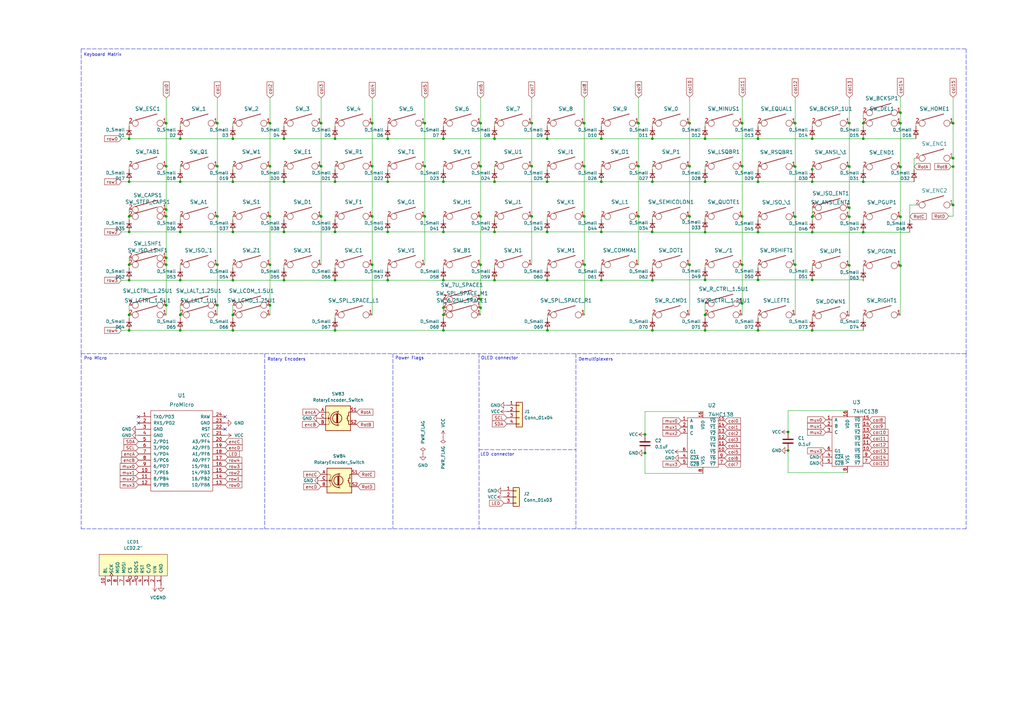
<source format=kicad_sch>
(kicad_sch (version 20231120) (generator "eeschema") (generator_version "8.0")
  (paper "A3")
  (junction (at 246.634 114.935))
  (junction (at 181.864 129.159))
  (junction (at 110.744 88.773))
  (junction (at 369.316 68.453))
  (junction (at 333.121 74.549))
  (junction (at 323.215 184.785))
  (junction (at 333.121 135.509))
  (junction (at 289.179 95.25))
  (junction (at 174.244 50.546))
  (junction (at 197.104 122.809))
  (junction (at 181.864 114.935))
  (junction (at 261.874 50.546))
  (junction (at 152.654 50.546))
  (junction (at 326.136 50.546))
  (junction (at 310.896 114.808))
  (junction (at 224.409 56.896))
  (junction (at 89.154 68.199))
  (junction (at 95.504 135.509))
  (junction (at 282.829 108.585))
  (junction (at 304.419 68.199))
  (junction (at 310.896 135.509))
  (junction (at 326.136 68.326))
  (junction (at 116.459 95.123))
  (junction (at 326.136 108.585))
  (junction (at 239.649 68.199))
  (junction (at 354.076 56.896))
  (junction (at 261.874 68.199))
  (junction (at 131.699 50.546))
  (junction (at 326.136 88.9))
  (junction (at 354.076 74.549))
  (junction (at 52.959 129.159))
  (junction (at 181.864 135.509))
  (junction (at 52.959 74.549))
  (junction (at 68.199 125.222))
  (junction (at 390.906 50.546))
  (junction (at 68.199 88.773))
  (junction (at 202.819 74.549))
  (junction (at 73.914 74.549))
  (junction (at 390.906 84.074))
  (junction (at 348.361 85.217))
  (junction (at 137.414 135.509))
  (junction (at 289.179 114.808))
  (junction (at 110.744 50.546))
  (junction (at 202.819 95.123))
  (junction (at 246.634 56.896))
  (junction (at 68.199 108.585))
  (junction (at 267.589 56.896))
  (junction (at 52.959 95.123))
  (junction (at 152.654 68.199))
  (junction (at 52.959 135.509))
  (junction (at 52.959 114.935))
  (junction (at 267.589 135.509))
  (junction (at 95.504 56.896))
  (junction (at 304.419 50.546))
  (junction (at 110.744 68.199))
  (junction (at 369.316 88.9))
  (junction (at 152.654 88.773))
  (junction (at 68.199 85.979))
  (junction (at 289.179 129.159))
  (junction (at 89.154 88.773))
  (junction (at 95.504 129.159))
  (junction (at 310.896 56.896))
  (junction (at 197.104 68.199))
  (junction (at 282.829 50.546))
  (junction (at 68.199 68.199))
  (junction (at 264.541 185.801))
  (junction (at 137.414 74.549))
  (junction (at 289.179 135.509))
  (junction (at 68.199 105.791))
  (junction (at 390.906 68.326))
  (junction (at 73.914 129.159))
  (junction (at 239.776 108.585))
  (junction (at 289.179 74.549))
  (junction (at 267.589 114.935))
  (junction (at 348.361 88.9))
  (junction (at 197.104 108.585))
  (junction (at 348.361 68.326))
  (junction (at 181.864 74.549))
  (junction (at 354.076 50.546))
  (junction (at 159.004 74.549))
  (junction (at 310.896 74.549))
  (junction (at 73.914 95.123))
  (junction (at 348.361 50.546))
  (junction (at 52.959 108.585))
  (junction (at 304.419 108.585))
  (junction (at 137.414 114.935))
  (junction (at 246.634 74.549))
  (junction (at 174.244 88.773))
  (junction (at 116.459 114.935))
  (junction (at 282.829 88.773))
  (junction (at 333.121 88.9))
  (junction (at 110.744 125.222))
  (junction (at 137.414 56.896))
  (junction (at 261.874 88.773))
  (junction (at 131.699 68.199))
  (junction (at 304.419 88.773))
  (junction (at 181.864 126.238))
  (junction (at 197.104 88.773))
  (junction (at 73.914 135.509))
  (junction (at 152.654 108.585))
  (junction (at 95.504 95.123))
  (junction (at 131.699 88.773))
  (junction (at 218.059 50.546))
  (junction (at 197.104 126.238))
  (junction (at 73.914 56.896))
  (junction (at 264.541 178.181))
  (junction (at 333.121 69.469))
  (junction (at 224.536 135.509))
  (junction (at 246.634 95.123))
  (junction (at 89.154 50.546))
  (junction (at 202.819 56.896))
  (junction (at 267.462 95.123))
  (junction (at 224.409 74.549))
  (junction (at 174.244 68.199))
  (junction (at 224.409 95.123))
  (junction (at 137.414 95.123))
  (junction (at 68.199 50.546))
  (junction (at 110.744 108.585))
  (junction (at 202.819 114.935))
  (junction (at 218.059 88.773))
  (junction (at 197.104 50.546))
  (junction (at 95.504 74.549))
  (junction (at 159.004 56.896))
  (junction (at 390.906 64.897))
  (junction (at 224.409 114.935))
  (junction (at 52.959 88.773))
  (junction (at 369.316 46.228))
  (junction (at 323.215 177.165))
  (junction (at 333.121 95.25))
  (junction (at 348.361 108.839))
  (junction (at 73.914 114.935))
  (junction (at 354.076 95.25))
  (junction (at 267.589 74.549))
  (junction (at 95.504 114.935))
  (junction (at 181.864 95.123))
  (junction (at 89.154 108.585))
  (junction (at 282.829 68.199))
  (junction (at 116.459 74.549))
  (junction (at 116.459 56.896))
  (junction (at 159.004 95.123))
  (junction (at 304.419 124.46))
  (junction (at 218.059 68.199))
  (junction (at 239.649 50.546))
  (junction (at 289.179 56.896))
  (junction (at 310.896 95.25))
  (junction (at 181.864 56.896))
  (junction (at 369.316 108.966))
  (junction (at 333.121 114.808))
  (junction (at 239.649 88.773))
  (junction (at 333.121 56.896))
  (junction (at 369.316 50.546))
  (junction (at 89.154 125.222))
  (junction (at 52.959 56.896))
  (junction (at 159.004 114.935))
  (no_connect (at 92.329 176.022))
  (no_connect (at 56.769 170.942))
  (no_connect (at 92.329 170.942))
  (no_connect (at 56.769 173.482))
  (wire (pts (xy 68.199 85.979) (xy 68.199 88.773)))
  (wire (pts (xy 282.829 68.199) (xy 282.829 88.773)))
  (wire (pts (xy 239.776 108.585) (xy 239.776 129.159)))
  (wire (pts (xy 174.244 40.259) (xy 174.244 50.546)))
  (wire (pts (xy 267.589 50.546) (xy 267.589 51.816)))
  (wire (pts (xy 159.004 95.123) (xy 181.864 95.123)))
  (wire (pts (xy 68.199 88.773) (xy 68.326 88.773)))
  (wire (pts (xy 181.864 126.238) (xy 181.864 129.159)))
  (polyline (pts (xy 396.24 145.034) (xy 396.24 216.916)) (stroke (width 0) (type dash)))
  (wire (pts (xy 116.459 68.199) (xy 116.459 69.469)))
  (wire (pts (xy 289.179 129.159) (xy 289.179 130.429)))
  (wire (pts (xy 181.864 50.546) (xy 181.864 51.816)))
  (wire (pts (xy 197.104 50.546) (xy 197.104 68.199)))
  (wire (pts (xy 159.004 88.773) (xy 159.004 90.043)))
  (wire (pts (xy 131.699 68.199) (xy 131.699 88.773)))
  (wire (pts (xy 333.121 56.896) (xy 354.076 56.896)))
  (wire (pts (xy 348.361 108.839) (xy 348.361 129.54)))
  (wire (pts (xy 197.104 68.199) (xy 197.104 88.773)))
  (wire (pts (xy 181.864 114.935) (xy 202.819 114.935)))
  (wire (pts (xy 137.414 74.549) (xy 159.004 74.549)))
  (wire (pts (xy 159.004 56.896) (xy 181.864 56.896)))
  (wire (pts (xy 323.215 193.802) (xy 347.599 193.802)))
  (wire (pts (xy 89.154 125.222) (xy 89.154 129.159)))
  (wire (pts (xy 52.959 68.199) (xy 52.959 69.469)))
  (wire (pts (xy 373.126 84.074) (xy 373.126 90.17)))
  (wire (pts (xy 310.896 88.9) (xy 310.896 90.17)))
  (wire (pts (xy 333.121 88.9) (xy 333.121 90.17)))
  (wire (pts (xy 289.179 124.46) (xy 289.179 129.159)))
  (wire (pts (xy 369.316 46.228) (xy 369.316 39.878)))
  (wire (pts (xy 131.699 50.546) (xy 131.699 68.199)))
  (wire (pts (xy 224.409 114.935) (xy 246.634 114.935)))
  (wire (pts (xy 348.361 88.9) (xy 348.361 108.839)))
  (polyline (pts (xy 33.274 216.916) (xy 236.22 216.916)) (stroke (width 0) (type dash)))
  (wire (pts (xy 137.414 88.773) (xy 137.414 90.043)))
  (wire (pts (xy 202.819 74.549) (xy 224.409 74.549)))
  (wire (pts (xy 137.414 56.896) (xy 159.004 56.896)))
  (wire (pts (xy 137.414 68.199) (xy 137.414 69.469)))
  (wire (pts (xy 326.136 50.546) (xy 326.136 68.326)))
  (wire (pts (xy 224.409 95.123) (xy 246.634 95.123)))
  (wire (pts (xy 202.819 88.773) (xy 202.819 90.043)))
  (wire (pts (xy 333.121 50.546) (xy 333.121 51.816)))
  (wire (pts (xy 181.864 88.773) (xy 181.864 90.043)))
  (polyline (pts (xy 33.274 145.034) (xy 33.274 216.916)) (stroke (width 0) (type dash)))
  (wire (pts (xy 369.316 108.966) (xy 369.316 129.159)))
  (wire (pts (xy 261.874 68.199) (xy 261.874 88.773)))
  (wire (pts (xy 224.409 68.199) (xy 224.409 69.469)))
  (wire (pts (xy 49.784 95.123) (xy 52.959 95.123)))
  (wire (pts (xy 369.316 50.546) (xy 369.316 46.228)))
  (wire (pts (xy 246.634 50.546) (xy 246.634 51.816)))
  (wire (pts (xy 310.896 108.585) (xy 310.896 109.728)))
  (wire (pts (xy 310.896 68.326) (xy 310.896 69.469)))
  (wire (pts (xy 304.419 124.46) (xy 304.419 129.159)))
  (wire (pts (xy 95.504 125.222) (xy 95.504 129.159)))
  (wire (pts (xy 95.504 95.123) (xy 116.459 95.123)))
  (wire (pts (xy 261.874 88.773) (xy 261.874 108.585)))
  (wire (pts (xy 264.541 178.181) (xy 264.541 168.783)))
  (wire (pts (xy 289.179 95.25) (xy 267.462 95.25)))
  (wire (pts (xy 49.784 114.935) (xy 52.959 114.935)))
  (wire (pts (xy 52.832 88.773) (xy 52.959 88.773)))
  (wire (pts (xy 116.459 88.773) (xy 116.459 90.043)))
  (wire (pts (xy 110.744 108.585) (xy 110.744 125.222)))
  (wire (pts (xy 304.419 68.199) (xy 304.419 88.773)))
  (wire (pts (xy 282.829 88.773) (xy 282.829 108.585)))
  (polyline (pts (xy 161.163 145.034) (xy 161.163 216.916)) (stroke (width 0) (type dash)))
  (wire (pts (xy 52.959 95.123) (xy 73.914 95.123)))
  (wire (pts (xy 267.589 88.773) (xy 267.589 89.916)))
  (wire (pts (xy 224.536 108.585) (xy 224.409 109.855)))
  (wire (pts (xy 73.914 108.585) (xy 73.914 109.855)))
  (wire (pts (xy 181.864 129.159) (xy 181.864 130.429)))
  (wire (pts (xy 52.959 135.509) (xy 73.914 135.509)))
  (wire (pts (xy 333.121 69.469) (xy 333.121 69.596)))
  (wire (pts (xy 110.744 50.546) (xy 110.744 40.132)))
  (wire (pts (xy 197.104 50.546) (xy 197.104 40.132)))
  (wire (pts (xy 369.316 50.546) (xy 369.316 68.453)))
  (wire (pts (xy 110.744 50.546) (xy 110.744 68.199)))
  (wire (pts (xy 323.215 168.402) (xy 323.215 177.165)))
  (wire (pts (xy 202.819 95.123) (xy 224.409 95.123)))
  (wire (pts (xy 239.649 50.546) (xy 239.649 68.199)))
  (wire (pts (xy 282.829 50.546) (xy 282.829 68.199)))
  (wire (pts (xy 116.459 114.935) (xy 137.414 114.935)))
  (wire (pts (xy 239.649 88.773) (xy 239.776 108.585)))
  (wire (pts (xy 95.504 129.159) (xy 95.504 130.429)))
  (wire (pts (xy 52.959 125.222) (xy 52.959 129.159)))
  (wire (pts (xy 369.316 88.9) (xy 369.316 108.966)))
  (wire (pts (xy 137.414 114.935) (xy 159.004 114.935)))
  (wire (pts (xy 264.541 185.801) (xy 264.541 194.183)))
  (wire (pts (xy 159.004 74.549) (xy 181.864 74.549)))
  (wire (pts (xy 304.419 39.878) (xy 304.419 50.546)))
  (wire (pts (xy 159.004 68.199) (xy 159.004 69.469)))
  (wire (pts (xy 375.666 50.546) (xy 375.666 51.816)))
  (wire (pts (xy 246.634 95.123) (xy 267.462 95.123)))
  (wire (pts (xy 326.136 88.9) (xy 326.136 108.585)))
  (wire (pts (xy 73.914 50.546) (xy 73.914 51.816)))
  (wire (pts (xy 68.199 125.222) (xy 68.199 129.159)))
  (wire (pts (xy 369.316 68.453) (xy 369.316 88.9)))
  (wire (pts (xy 267.589 74.549) (xy 289.179 74.549)))
  (wire (pts (xy 116.459 95.123) (xy 137.414 95.123)))
  (wire (pts (xy 354.076 95.25) (xy 373.126 95.25)))
  (wire (pts (xy 354.076 56.896) (xy 375.666 56.896)))
  (wire (pts (xy 89.154 88.773) (xy 89.154 108.585)))
  (wire (pts (xy 348.361 85.217) (xy 348.361 88.9)))
  (wire (pts (xy 89.154 50.546) (xy 89.154 40.132)))
  (wire (pts (xy 310.896 135.509) (xy 333.121 135.509)))
  (wire (pts (xy 218.059 50.546) (xy 218.059 68.199)))
  (wire (pts (xy 333.121 95.25) (xy 310.896 95.25)))
  (wire (pts (xy 95.504 135.509) (xy 137.414 135.509)))
  (wire (pts (xy 333.121 68.326) (xy 333.121 69.469)))
  (wire (pts (xy 224.536 135.509) (xy 267.589 135.509)))
  (wire (pts (xy 310.896 56.896) (xy 333.121 56.896)))
  (wire (pts (xy 95.504 88.773) (xy 95.504 90.043)))
  (wire (pts (xy 267.589 56.896) (xy 289.179 56.896)))
  (wire (pts (xy 49.784 135.509) (xy 52.959 135.509)))
  (wire (pts (xy 52.959 105.791) (xy 52.959 108.585)))
  (wire (pts (xy 239.649 50.546) (xy 239.649 40.005)))
  (wire (pts (xy 52.959 74.549) (xy 73.914 74.549)))
  (wire (pts (xy 68.199 88.773) (xy 68.199 105.791)))
  (wire (pts (xy 333.121 74.549) (xy 354.076 74.549)))
  (wire (pts (xy 267.589 114.808) (xy 267.589 114.935)))
  (wire (pts (xy 348.361 68.326) (xy 348.361 85.217)))
  (wire (pts (xy 354.076 108.966) (xy 354.076 110.236)))
  (wire (pts (xy 310.896 95.25) (xy 289.179 95.25)))
  (wire (pts (xy 95.504 50.546) (xy 95.504 51.816)))
  (wire (pts (xy 131.699 40.132) (xy 131.699 50.546)))
  (wire (pts (xy 246.634 68.199) (xy 246.634 69.469)))
  (wire (pts (xy 267.462 95.25) (xy 267.462 95.123)))
  (wire (pts (xy 174.244 50.546) (xy 174.244 68.199)))
  (wire (pts (xy 310.896 50.546) (xy 310.896 51.816)))
  (wire (pts (xy 246.634 114.935) (xy 267.589 114.935)))
  (wire (pts (xy 110.744 88.773) (xy 110.744 108.585)))
  (wire (pts (xy 354.076 46.228) (xy 354.076 50.546)))
  (wire (pts (xy 289.179 114.808) (xy 267.589 114.808)))
  (wire (pts (xy 68.199 68.199) (xy 68.199 85.979)))
  (wire (pts (xy 390.906 64.897) (xy 390.906 68.326)))
  (wire (pts (xy 375.666 64.897) (xy 374.904 64.897)))
  (wire (pts (xy 326.136 50.546) (xy 326.136 40.005)))
  (wire (pts (xy 347.599 168.402) (xy 323.215 168.402)))
  (wire (pts (xy 264.541 194.183) (xy 288.29 194.183)))
  (wire (pts (xy 137.414 95.123) (xy 159.004 95.123)))
  (polyline (pts (xy 196.469 145.034) (xy 196.469 216.916)) (stroke (width 0) (type dash)))
  (wire (pts (xy 375.666 84.074) (xy 373.126 84.074)))
  (wire (pts (xy 202.819 114.935) (xy 224.409 114.935)))
  (wire (pts (xy 116.459 74.549) (xy 137.414 74.549)))
  (wire (pts (xy 333.121 114.808) (xy 354.076 114.808)))
  (wire (pts (xy 181.864 95.123) (xy 202.819 95.123)))
  (wire (pts (xy 246.634 56.896) (xy 267.589 56.896)))
  (wire (pts (xy 304.419 50.546) (xy 304.419 68.199)))
  (wire (pts (xy 52.959 50.546) (xy 52.959 51.816)))
  (wire (pts (xy 218.059 68.199) (xy 218.059 88.773)))
  (wire (pts (xy 49.784 74.549) (xy 52.959 74.549)))
  (wire (pts (xy 224.409 88.773) (xy 224.409 90.043)))
  (wire (pts (xy 131.699 88.773) (xy 131.699 108.585)))
  (wire (pts (xy 73.914 88.773) (xy 73.914 90.043)))
  (wire (pts (xy 137.414 108.585) (xy 137.414 109.855)))
  (wire (pts (xy 267.589 68.199) (xy 267.589 69.469)))
  (wire (pts (xy 89.154 108.585) (xy 89.154 125.222)))
  (wire (pts (xy 202.819 56.896) (xy 224.409 56.896)))
  (wire (pts (xy 197.104 126.238) (xy 197.104 129.159)))
  (wire (pts (xy 137.414 129.159) (xy 137.414 130.429)))
  (wire (pts (xy 110.744 125.222) (xy 110.744 129.159)))
  (wire (pts (xy 95.504 114.935) (xy 116.459 114.935)))
  (wire (pts (xy 261.874 40.005) (xy 261.874 50.546)))
  (wire (pts (xy 218.059 88.773) (xy 218.059 108.585)))
  (wire (pts (xy 326.136 68.326) (xy 326.136 88.9)))
  (wire (pts (xy 354.076 129.159) (xy 354.076 130.429)))
  (wire (pts (xy 354.076 68.453) (xy 354.076 69.469)))
  (wire (pts (xy 152.654 88.773) (xy 152.654 108.585)))
  (wire (pts (xy 267.589 108.585) (xy 267.589 109.855)))
  (wire (pts (xy 152.654 108.585) (xy 152.654 129.159)))
  (wire (pts (xy 224.409 74.549) (xy 246.634 74.549)))
  (wire (pts (xy 197.104 122.809) (xy 197.104 126.238)))
  (wire (pts (xy 181.864 74.549) (xy 202.819 74.549)))
  (wire (pts (xy 354.076 114.808) (xy 354.076 115.316)))
  (wire (pts (xy 68.199 105.791) (xy 68.199 108.585)))
  (wire (pts (xy 95.504 68.199) (xy 95.504 69.469)))
  (wire (pts (xy 289.179 50.546) (xy 289.179 51.816)))
  (wire (pts (xy 354.076 74.549) (xy 374.904 74.549)))
  (wire (pts (xy 289.179 135.509) (xy 310.896 135.509)))
  (wire (pts (xy 197.104 88.773) (xy 197.104 108.585)))
  (wire (pts (xy 137.414 135.509) (xy 181.864 135.509)))
  (wire (pts (xy 239.649 68.199) (xy 239.649 88.773)))
  (wire (pts (xy 289.179 88.773) (xy 289.179 89.662)))
  (wire (pts (xy 348.361 40.005) (xy 348.361 50.546)))
  (wire (pts (xy 289.179 94.742) (xy 289.179 95.25)))
  (wire (pts (xy 267.462 95.123) (xy 267.589 95.123)))
  (wire (pts (xy 137.414 50.546) (xy 137.414 51.816)))
  (wire (pts (xy 159.004 114.935) (xy 181.864 114.935)))
  (wire (pts (xy 116.459 108.585) (xy 116.459 109.855)))
  (wire (pts (xy 333.121 129.54) (xy 333.121 130.429)))
  (wire (pts (xy 68.199 108.585) (xy 68.199 125.222)))
  (wire (pts (xy 181.864 122.809) (xy 181.864 126.238)))
  (wire (pts (xy 390.906 84.074) (xy 390.906 88.646)))
  (wire (pts (xy 390.906 50.546) (xy 390.906 64.897)))
  (wire (pts (xy 354.076 95.25) (xy 333.121 95.25)))
  (wire (pts (xy 73.914 95.123) (xy 95.504 95.123)))
  (wire (pts (xy 326.136 108.585) (xy 326.136 129.159)))
  (wire (pts (xy 181.864 68.199) (xy 181.864 69.469)))
  (wire (pts (xy 68.072 88.773) (xy 68.199 88.773)))
  (wire (pts (xy 390.906 39.878) (xy 390.906 50.546)))
  (wire (pts (xy 289.179 74.549) (xy 310.896 74.549)))
  (polyline (pts (xy 236.22 145.034) (xy 236.22 216.916)) (stroke (width 0) (type dash)))
  (wire (pts (xy 390.144 68.326) (xy 390.906 68.326)))
  (wire (pts (xy 73.914 125.222) (xy 73.914 129.159)))
  (wire (pts (xy 52.959 56.896) (xy 73.914 56.896)))
  (wire (pts (xy 390.906 68.326) (xy 390.906 84.074)))
  (wire (pts (xy 52.959 88.773) (xy 53.086 88.773)))
  (polyline (pts (xy 396.24 216.916) (xy 236.22 216.916)) (stroke (width 0) (type dash)))
  (wire (pts (xy 95.504 108.585) (xy 95.504 109.855)))
  (wire (pts (xy 261.874 50.546) (xy 261.874 68.199)))
  (wire (pts (xy 289.179 108.585) (xy 289.179 109.728)))
  (wire (pts (xy 333.121 108.839) (xy 333.121 109.728)))
  (wire (pts (xy 202.819 68.199) (xy 202.819 69.469)))
  (wire (pts (xy 52.959 114.935) (xy 73.914 114.935)))
  (wire (pts (xy 264.541 168.783) (xy 288.29 168.783)))
  (wire (pts (xy 289.179 68.199) (xy 289.179 69.469)))
  (wire (pts (xy 52.959 108.585) (xy 52.959 109.855)))
  (wire (pts (xy 304.419 108.585) (xy 304.419 124.46)))
  (wire (pts (xy 246.634 88.773) (xy 246.634 90.043)))
  (wire (pts (xy 181.864 56.896) (xy 202.819 56.896)))
  (wire (pts (xy 95.504 74.549) (xy 116.459 74.549)))
  (wire (pts (xy 333.121 135.509) (xy 354.076 135.509)))
  (polyline (pts (xy 108.585 145.034) (xy 108.585 216.916)) (stroke (width 0) (type dash)))
  (polyline (pts (xy 196.469 184.404) (xy 236.22 184.404)) (stroke (width 0) (type dash)))
  (wire (pts (xy 224.536 129.159) (xy 224.536 130.429)))
  (wire (pts (xy 224.409 50.546) (xy 224.409 51.816)))
  (wire (pts (xy 310.896 114.808) (xy 289.179 114.808)))
  (wire (pts (xy 202.819 50.546) (xy 202.819 51.816)))
  (wire (pts (xy 354.076 88.9) (xy 354.076 90.17)))
  (polyline (pts (xy 33.274 145.034) (xy 396.24 145.034)) (stroke (width 0) (type dash)))
  (wire (pts (xy 197.104 108.585) (xy 197.104 122.809)))
  (wire (pts (xy 333.121 114.808) (xy 310.896 114.808)))
  (wire (pts (xy 310.896 74.549) (xy 333.121 74.549)))
  (wire (pts (xy 152.654 50.546) (xy 152.654 68.199)))
  (wire (pts (xy 246.634 74.549) (xy 267.589 74.549)))
  (wire (pts (xy 282.829 50.546) (xy 282.829 39.878)))
  (wire (pts (xy 73.914 129.159) (xy 73.914 130.429)))
  (wire (pts (xy 116.459 50.546) (xy 116.459 51.816)))
  (wire (pts (xy 68.199 50.546) (xy 68.199 68.199)))
  (wire (pts (xy 374.904 64.897) (xy 374.904 69.469)))
  (wire (pts (xy 159.004 50.546) (xy 159.004 51.816)))
  (wire (pts (xy 267.589 135.509) (xy 289.179 135.509)))
  (wire (pts (xy 348.361 50.546) (xy 348.361 68.326)))
  (wire (pts (xy 68.199 40.132) (xy 68.199 50.546)))
  (wire (pts (xy 89.154 68.199) (xy 89.154 88.773)))
  (wire (pts (xy 323.215 184.785) (xy 323.215 193.802)))
  (wire (pts (xy 333.121 85.217) (xy 333.121 88.9)))
  (wire (pts (xy 73.914 56.896) (xy 95.504 56.896)))
  (polyline (pts (xy 33.274 20.066) (xy 33.274 145.034)) (stroke (width 0) (type dash)))
  (wire (pts (xy 116.459 56.896) (xy 137.414 56.896)))
  (wire (pts (xy 152.654 50.546) (xy 152.654 40.259)))
  (wire (pts (xy 174.244 68.199) (xy 174.244 88.773)))
  (polyline (pts (xy 396.24 20.066) (xy 396.24 145.034)) (stroke (width 0) (type dash)))
  (wire (pts (xy 218.059 40.132) (xy 218.059 50.546)))
  (wire (pts (xy 246.634 108.585) (xy 246.634 109.855)))
  (wire (pts (xy 73.914 135.509) (xy 95.504 135.509)))
  (wire (pts (xy 181.864 108.585) (xy 181.864 109.855)))
  (wire (pts (xy 49.784 56.896) (xy 52.959 56.896)))
  (wire (pts (xy 73.914 68.199) (xy 73.914 69.469)))
  (wire (pts (xy 52.959 85.979) (xy 52.959 88.773)))
  (wire (pts (xy 267.589 129.159) (xy 267.589 130.429)))
  (wire (pts (xy 73.914 74.549) (xy 95.504 74.549)))
  (wire (pts (xy 389.128 88.646) (xy 390.906 88.646)))
  (wire (pts (xy 89.154 50.546) (xy 89.154 68.199)))
  (wire (pts (xy 174.244 88.773) (xy 174.244 108.585)))
  (wire (pts (xy 267.589 94.996) (xy 267.589 95.123)))
  (wire (pts (xy 310.896 129.159) (xy 310.896 130.429)))
  (wire (pts (xy 159.004 108.585) (xy 159.004 109.855)))
  (wire (pts (xy 354.076 50.546) (xy 354.076 51.816)))
  (wire (pts (xy 152.654 68.199) (xy 152.654 88.773)))
  (wire (pts (xy 52.959 129.159) (xy 52.959 130.429)))
  (wire (pts (xy 110.744 68.199) (xy 110.744 88.773)))
  (wire (pts (xy 73.914 114.935) (xy 95.504 114.935)))
  (wire (pts (xy 52.959 88.773) (xy 52.959 90.043)))
  (wire (pts (xy 304.419 88.773) (xy 304.419 108.585)))
  (wire (pts (xy 282.829 108.585) (xy 282.829 129.159)))
  (wire (pts (xy 202.819 108.585) (xy 202.819 109.855)))
  (wire (pts (xy 95.504 56.896) (xy 116.459 56.896)))
  (polyline (pts (xy 33.274 20.066) (xy 396.24 20.066)) (stroke (width 0) (type dash)))
  (wire (pts (xy 289.179 56.896) (xy 310.896 56.896)))
  (wire (pts (xy 181.864 135.509) (xy 224.536 135.509)))
  (wire (pts (xy 224.409 56.896) (xy 246.634 56.896)))
  (text "OLED connector" (at 197.231 147.701 0) (effects (font (size 1.27 1.27)) (justify left bottom)))
  (text "Rotary Encoders" (at 109.601 148.209 0) (effects (font (size 1.27 1.27)) (justify left bottom)))
  (text "Keyboard Matrix" (at 34.29 23.241 0) (effects (font (size 1.27 1.27)) (justify left bottom)))
  (text "Power Flags" (at 162.052 147.701 0) (effects (font (size 1.27 1.27)) (justify left bottom)))
  (text "LED connector" (at 196.977 187.198 0) (effects (font (size 1.27 1.27)) (justify left bottom)))
  (text "Pro Micro" (at 34.417 147.828 0) (effects (font (size 1.27 1.27)) (justify left bottom)))
  (text "Demultiplexers" (at 237.236 148.209 0) (effects (font (size 1.27 1.27)) (justify left bottom)))
  (global_label "col6" (shape input) (at 197.104 40.132 90) (property "Intersheetrefs" "${INTERSHEET_REFS}" (effects (hide yes))))
  (global_label "RotA" (shape input) (at 146.304 169.037 0) (property "Intersheetrefs" "${INTERSHEET_REFS}" (effects (hide yes))))
  (global_label "LED" (shape input) (at 92.329 186.182 0) (property "Intersheetrefs" "${INTERSHEET_REFS}" (effects (hide yes))))
  (global_label "RotC" (shape input) (at 146.812 194.564 0) (property "Intersheetrefs" "${INTERSHEET_REFS}" (effects (hide yes))))
  (global_label "col13" (shape input) (at 348.361 40.005 90) (property "Intersheetrefs" "${INTERSHEET_REFS}" (effects (hide yes))))
  (global_label "col12" (shape input) (at 356.489 182.372 0) (property "Intersheetrefs" "${INTERSHEET_REFS}" (effects (hide yes))))
  (global_label "SCL" (shape input) (at 207.899 171.323 180) (property "Intersheetrefs" "${INTERSHEET_REFS}" (effects (hide yes))))
  (global_label "col9" (shape input) (at 356.489 174.752 0) (property "Intersheetrefs" "${INTERSHEET_REFS}" (effects (hide yes))))
  (global_label "mux2" (shape input) (at 56.769 196.342 180) (property "Intersheetrefs" "${INTERSHEET_REFS}" (effects (hide yes))))
  (global_label "col8" (shape input) (at 239.649 40.005 90) (property "Intersheetrefs" "${INTERSHEET_REFS}" (effects (hide yes))))
  (global_label "mux1" (shape input) (at 338.709 174.752 180) (property "Intersheetrefs" "${INTERSHEET_REFS}" (effects (hide yes))))
  (global_label "encA" (shape input) (at 131.064 169.037 180) (property "Intersheetrefs" "${INTERSHEET_REFS}" (effects (hide yes))))
  (global_label "mux1" (shape input) (at 56.769 193.802 180) (property "Intersheetrefs" "${INTERSHEET_REFS}" (effects (hide yes))))
  (global_label "RotC" (shape input) (at 373.126 88.773 0) (property "Intersheetrefs" "${INTERSHEET_REFS}" (effects (hide yes))))
  (global_label "mux3" (shape input) (at 56.769 198.882 180) (property "Intersheetrefs" "${INTERSHEET_REFS}" (effects (hide yes))))
  (global_label "col10" (shape input) (at 282.829 39.878 90) (property "Intersheetrefs" "${INTERSHEET_REFS}" (effects (hide yes))))
  (global_label "col2" (shape input) (at 297.18 177.673 0) (property "Intersheetrefs" "${INTERSHEET_REFS}" (effects (hide yes))))
  (global_label "RotB" (shape input) (at 146.304 174.117 0) (property "Intersheetrefs" "${INTERSHEET_REFS}" (effects (hide yes))))
  (global_label "RotD" (shape input) (at 146.812 199.644 0) (property "Intersheetrefs" "${INTERSHEET_REFS}" (effects (hide yes))))
  (global_label "encD" (shape input) (at 92.329 183.642 0) (property "Intersheetrefs" "${INTERSHEET_REFS}" (effects (hide yes))))
  (global_label "mux2" (shape input) (at 338.709 177.292 180) (property "Intersheetrefs" "${INTERSHEET_REFS}" (effects (hide yes))))
  (global_label "col4" (shape input) (at 297.18 182.753 0) (property "Intersheetrefs" "${INTERSHEET_REFS}" (effects (hide yes))))
  (global_label "col5" (shape input) (at 174.244 40.259 90) (property "Intersheetrefs" "${INTERSHEET_REFS}" (effects (hide yes))))
  (global_label "col13" (shape input) (at 356.489 184.912 0) (property "Intersheetrefs" "${INTERSHEET_REFS}" (effects (hide yes))))
  (global_label "row2" (shape input) (at 49.784 95.123 180) (property "Intersheetrefs" "${INTERSHEET_REFS}" (effects (hide yes))))
  (global_label "mux3" (shape input) (at 338.709 184.912 180) (property "Intersheetrefs" "${INTERSHEET_REFS}" (effects (hide yes))))
  (global_label "col12" (shape input) (at 326.136 40.005 90) (property "Intersheetrefs" "${INTERSHEET_REFS}" (effects (hide yes))))
  (global_label "mux3" (shape input) (at 279.4 190.373 180) (property "Intersheetrefs" "${INTERSHEET_REFS}" (effects (hide yes))))
  (global_label "encB" (shape input) (at 131.064 174.117 180) (property "Intersheetrefs" "${INTERSHEET_REFS}" (effects (hide yes))))
  (global_label "SCL" (shape input) (at 56.769 183.642 180) (property "Intersheetrefs" "${INTERSHEET_REFS}" (effects (hide yes))))
  (global_label "col3" (shape input) (at 131.699 40.132 90) (property "Intersheetrefs" "${INTERSHEET_REFS}" (effects (hide yes))))
  (global_label "col4" (shape input) (at 152.654 40.259 90) (property "Intersheetrefs" "${INTERSHEET_REFS}" (effects (hide yes))))
  (global_label "encC" (shape input) (at 92.329 181.102 0) (property "Intersheetrefs" "${INTERSHEET_REFS}" (effects (hide yes))))
  (global_label "col1" (shape input) (at 89.154 40.132 90) (property "Intersheetrefs" "${INTERSHEET_REFS}" (effects (hide yes))))
  (global_label "mux0" (shape input) (at 279.4 172.593 180) (property "Intersheetrefs" "${INTERSHEET_REFS}" (effects (hide yes))))
  (global_label "encD" (shape input) (at 131.572 199.644 180) (property "Intersheetrefs" "${INTERSHEET_REFS}" (effects (hide yes))))
  (global_label "row1" (shape input) (at 49.784 74.549 180) (property "Intersheetrefs" "${INTERSHEET_REFS}" (effects (hide yes))))
  (global_label "col7" (shape input) (at 218.059 40.132 90) (property "Intersheetrefs" "${INTERSHEET_REFS}" (effects (hide yes))))
  (global_label "row4" (shape input) (at 49.784 135.509 180) (property "Intersheetrefs" "${INTERSHEET_REFS}" (effects (hide yes))))
  (global_label "row1" (shape input) (at 92.329 196.342 0) (property "Intersheetrefs" "${INTERSHEET_REFS}" (effects (hide yes))))
  (global_label "LED" (shape input) (at 206.629 206.375 180) (property "Intersheetrefs" "${INTERSHEET_REFS}" (effects (hide yes))))
  (global_label "encA" (shape input) (at 56.769 186.182 180) (property "Intersheetrefs" "${INTERSHEET_REFS}" (effects (hide yes))))
  (global_label "col11" (shape input) (at 304.419 39.878 90) (property "Intersheetrefs" "${INTERSHEET_REFS}" (effects (hide yes))))
  (global_label "col9" (shape input) (at 261.874 40.005 90) (property "Intersheetrefs" "${INTERSHEET_REFS}" (effects (hide yes))))
  (global_label "col2" (shape input) (at 110.744 40.132 90) (property "Intersheetrefs" "${INTERSHEET_REFS}" (effects (hide yes))))
  (global_label "row2" (shape input) (at 92.329 193.802 0) (property "Intersheetrefs" "${INTERSHEET_REFS}" (effects (hide yes))))
  (global_label "row3" (shape input) (at 92.329 191.262 0) (property "Intersheetrefs" "${INTERSHEET_REFS}" (effects (hide yes))))
  (global_label "col14" (shape input) (at 369.316 39.878 90) (property "Intersheetrefs" "${INTERSHEET_REFS}" (effects (hide yes))))
  (global_label "SDA" (shape input) (at 207.899 173.863 180) (property "Intersheetrefs" "${INTERSHEET_REFS}" (effects (hide yes))))
  (global_label "col5" (shape input) (at 297.18 185.293 0) (property "Intersheetrefs" "${INTERSHEET_REFS}" (effects (hide yes))))
  (global_label "col15" (shape input) (at 390.906 39.878 90) (property "Intersheetrefs" "${INTERSHEET_REFS}" (effects (hide yes))))
  (global_label "col15" (shape input) (at 356.489 189.992 0) (property "Intersheetrefs" "${INTERSHEET_REFS}" (effects (hide yes))))
  (global_label "col0" (shape input) (at 68.199 40.132 90) (property "Intersheetrefs" "${INTERSHEET_REFS}" (effects (hide yes))))
  (global_label "encB" (shape input) (at 56.769 188.722 180) (property "Intersheetrefs" "${INTERSHEET_REFS}" (effects (hide yes))))
  (global_label "mux1" (shape input) (at 279.4 175.133 180) (property "Intersheetrefs" "${INTERSHEET_REFS}" (effects (hide yes))))
  (global_label "col3" (shape input) (at 297.18 180.213 0) (property "Intersheetrefs" "${INTERSHEET_REFS}" (effects (hide yes))))
  (global_label "RotD" (shape input) (at 389.128 88.646 180) (property "Intersheetrefs" "${INTERSHEET_REFS}" (effects (hide yes))))
  (global_label "row3" (shape input) (at 49.784 114.935 180) (property "Intersheetrefs" "${INTERSHEET_REFS}" (effects (hide yes))))
  (global_label "row0" (shape input) (at 92.329 198.882 0) (property "Intersheetrefs" "${INTERSHEET_REFS}" (effects (hide yes))))
  (global_label "col7" (shape input) (at 297.18 190.373 0) (property "Intersheetrefs" "${INTERSHEET_REFS}" (effects (hide yes))))
  (global_label "col11" (shape input) (at 356.489 179.832 0) (property "Intersheetrefs" "${INTERSHEET_REFS}" (effects (hide yes))))
  (global_label "encC" (shape input) (at 131.572 194.564 180) (property "Intersheetrefs" "${INTERSHEET_REFS}" (effects (hide yes))))
  (global_label "col8" (shape input) (at 356.489 172.212 0) (property "Intersheetrefs" "${INTERSHEET_REFS}" (effects (hide yes))))
  (global_label "mux0" (shape input) (at 338.709 172.212 180) (property "Intersheetrefs" "${INTERSHEET_REFS}" (effects (hide yes))))
  (global_label "RotA" (shape input) (at 374.904 68.326 0) (property "Intersheetrefs" "${INTERSHEET_REFS}" (effects (hide yes))))
  (global_label "SDA" (shape input) (at 56.769 181.102 180) (property "Intersheetrefs" "${INTERSHEET_REFS}" (effects (hide yes))))
  (global_label "row0" (shape input) (at 49.784 56.896 180) (property "Intersheetrefs" "${INTERSHEET_REFS}" (effects (hide yes))))
  (global_label "col0" (shape input) (at 297.18 172.593 0) (property "Intersheetrefs" "${INTERSHEET_REFS}" (effects (hide yes))))
  (global_label "RotB" (shape input) (at 390.144 68.326 180) (property "Intersheetrefs" "${INTERSHEET_REFS}" (effects (hide yes))))
  (global_label "mux2" (shape input) (at 279.4 177.673 180) (property "Intersheetrefs" "${INTERSHEET_REFS}" (effects (hide yes))))
  (global_label "col14" (shape input) (at 356.489 187.452 0) (property "Intersheetrefs" "${INTERSHEET_REFS}" (effects (hide yes))))
  (global_label "col10" (shape input) (at 356.489 177.292 0) (property "Intersheetrefs" "${INTERSHEET_REFS}" (effects (hide yes))))
  (global_label "mux0" (shape input) (at 56.769 191.262 180) (property "Intersheetrefs" "${INTERSHEET_REFS}" (effects (hide yes))))
  (global_label "row4" (shape input) (at 92.329 188.722 0) (property "Intersheetrefs" "${INTERSHEET_REFS}" (effects (hide yes))))
  (global_label "col6" (shape input) (at 297.18 187.833 0) (property "Intersheetrefs" "${INTERSHEET_REFS}" (effects (hide yes))))
  (global_label "col1" (shape input) (at 297.18 175.133 0) (property "Intersheetrefs" "${INTERSHEET_REFS}" (effects (hide yes))))
  (symbol (lib_id "keyboard_parts:KEYSW") (at 232.029 88.773 0) (unit 1)
    (property "Reference" "SW_K1" (at 232.029 82.8548 0) (effects (font (size 1.524 1.524))))
    (property "Value" "KEYSW" (effects (hide yes)))
    (property "Footprint" "Button_Switch_Keyboard:SW_Cherry_MX_1.00u_PCB" (effects (hide yes)))
  )
  (symbol (lib_id "keyboard_parts:KEYSW") (at 275.209 88.773 0) (unit 1)
    (property "Reference" "SW_SEMICOLON1" (at 275.209 82.8548 0) (effects (font (size 1.524 1.524))))
    (property "Value" "KEYSW" (effects (hide yes)))
    (property "Footprint" "Button_Switch_Keyboard:SW_Cherry_MX_1.00u_PCB" (effects (hide yes)))
  )
  (symbol (lib_id "Device:D_Small") (at 116.459 54.356 270) (unit 1)
    (property "Reference" "D4" (at 114.7318 55.5244 90) (effects (justify right)))
    (property "Value" "D_Small" (at 114.7318 53.213 90) (effects (justify right)))
    (property "Footprint" "Diode_THT:D_DO-34_SOD68_P7.62mm_Horizontal" (effects (hide yes)))
  )
  (symbol (lib_id "keyboard_parts:KEYSW") (at 318.516 108.585 0) (unit 1)
    (property "Reference" "SW_RSHIFT1" (at 318.516 102.6668 0) (effects (font (size 1.524 1.524))))
    (property "Value" "KEYSW" (effects (hide yes)))
    (property "Footprint" "Button_Switch_Keyboard:SW_Cherry_MX_1.75u_PCB" (effects (hide yes)))
  )
  (symbol (lib_id "power:VCC") (at 206.629 203.835 90) (unit 1)
    (property "Reference" "#PWR020" (effects (hide yes)))
    (property "Value" "VCC" (at 200.025 203.835 90) (effects (justify right)))
  )
  (symbol (lib_id "Device:D_Small") (at 95.504 112.395 270) (unit 1)
    (property "Reference" "D54" (at 93.7768 113.5634 90) (effects (justify right)))
    (property "Value" "D_Small" (at 93.7768 111.252 90) (effects (justify right)))
    (property "Footprint" "Diode_THT:D_DO-34_SOD68_P7.62mm_Horizontal" (effects (hide yes)))
  )
  (symbol (lib_id "keyboard_parts:KEYSW") (at 60.579 50.546 0) (unit 1)
    (property "Reference" "SW_ESC1" (at 60.579 44.6278 0) (effects (font (size 1.524 1.524))))
    (property "Value" "KEYSW" (effects (hide yes)))
    (property "Footprint" "Button_Switch_Keyboard:SW_Cherry_MX_1.00u_PCB" (effects (hide yes)))
  )
  (symbol (lib_id "keyboard_parts:KEYSW") (at 275.209 50.546 0) (unit 1)
    (property "Reference" "SW_0" (at 275.209 44.6278 0) (effects (font (size 1.524 1.524))))
    (property "Value" "KEYSW" (effects (hide yes)))
    (property "Footprint" "Button_Switch_Keyboard:SW_Cherry_MX_1.00u_PCB" (effects (hide yes)))
  )
  (symbol (lib_id "Device:D_Small") (at 181.864 72.009 270) (unit 1)
    (property "Reference" "D23" (at 180.1368 73.1774 90) (effects (justify right)))
    (property "Value" "D_Small" (at 180.1368 70.866 90) (effects (justify right)))
    (property "Footprint" "Diode_THT:D_DO-34_SOD68_P7.62mm_Horizontal" (effects (hide yes)))
  )
  (symbol (lib_id "keyboard_parts:KEYSW") (at 60.579 68.199 0) (unit 1)
    (property "Reference" "SW_TAB1" (at 60.579 62.2808 0) (effects (font (size 1.524 1.524))))
    (property "Value" "KEYSW" (effects (hide yes)))
    (property "Footprint" "Button_Switch_Keyboard:SW_Cherry_MX_1.50u_Plate" (effects (hide yes)))
  )
  (symbol (lib_id "Device:D_Small") (at 116.459 92.583 270) (unit 1)
    (property "Reference" "D38" (at 114.7318 93.7514 90) (effects (justify right)))
    (property "Value" "D_Small" (at 114.7318 91.44 90) (effects (justify right)))
    (property "Footprint" "Diode_THT:D_DO-34_SOD68_P7.62mm_Horizontal" (effects (hide yes)))
  )
  (symbol (lib_id "Device:D_Small") (at 73.914 92.583 270) (unit 1)
    (property "Reference" "D36" (at 72.1868 93.7514 90) (effects (justify right)))
    (property "Value" "D_Small" (at 72.1868 91.44 90) (effects (justify right)))
    (property "Footprint" "Diode_THT:D_DO-34_SOD68_P7.62mm_Horizontal" (effects (hide yes)))
  )
  (symbol (lib_id "Device:D_Small") (at 246.634 92.583 270) (unit 1)
    (property "Reference" "D44" (at 244.9068 93.7514 90) (effects (justify right)))
    (property "Value" "D_Small" (at 244.9068 91.44 90) (effects (justify right)))
    (property "Footprint" "Diode_THT:D_DO-34_SOD68_P7.62mm_Horizontal" (effects (hide yes)))
  )
  (symbol (lib_id "keyboard_parts:KEYSW") (at 254.254 88.773 0) (unit 1)
    (property "Reference" "SW_L1" (at 254.254 82.8548 0) (effects (font (size 1.524 1.524))))
    (property "Value" "KEYSW" (effects (hide yes)))
    (property "Footprint" "Button_Switch_Keyboard:SW_Cherry_MX_1.00u_PCB" (effects (hide yes)))
  )
  (symbol (lib_id "Device:C") (at 264.541 181.991 0) (unit 1)
    (property "Reference" "C2" (at 268.605 180.7209 0) (effects (justify left)))
    (property "Value" "0.1uF" (at 268.605 183.2609 0) (effects (justify left)))
    (property "Footprint" "Capacitor_THT:C_Disc_D4.7mm_W2.5mm_P5.00mm" (effects (hide yes)))
  )
  (symbol (lib_id "Device:D_Small") (at 310.896 54.356 270) (unit 1)
    (property "Reference" "D13" (at 309.1688 55.5244 90) (effects (justify right)))
    (property "Value" "D_Small" (at 309.1688 53.213 90) (effects (justify right)))
    (property "Footprint" "Diode_THT:D_DO-34_SOD68_P7.62mm_Horizontal" (effects (hide yes)))
  )
  (symbol (lib_id "keyboard_parts:KEYSW") (at 60.579 108.585 0) (unit 1)
    (property "Reference" "SW_ISO_LSHF1" (at 60.579 102.6668 0) (effects (font (size 1.524 1.524))))
    (property "Value" "KEYSW" (effects (hide yes)))
    (property "Footprint" "Button_Switch_Keyboard:SW_Cherry_MX_1.25u_PCB" (effects (hide yes)))
  )
  (symbol (lib_id "keyboard_parts:KEYSW") (at 275.209 68.199 0) (unit 1)
    (property "Reference" "SW_P1" (at 275.209 62.2808 0) (effects (font (size 1.524 1.524))))
    (property "Value" "KEYSW" (effects (hide yes)))
    (property "Footprint" "Button_Switch_Keyboard:SW_Cherry_MX_1.00u_PCB" (effects (hide yes)))
  )
  (symbol (lib_id "Device:D_Small") (at 224.409 112.395 270) (unit 1)
    (property "Reference" "D60" (at 222.6818 113.5634 90) (effects (justify right)))
    (property "Value" "D_Small" (at 222.6818 111.252 90) (effects (justify right)))
    (property "Footprint" "Diode_THT:D_DO-34_SOD68_P7.62mm_Horizontal" (effects (hide yes)))
  )
  (symbol (lib_id "Device:D_Small") (at 52.959 92.583 270) (unit 1)
    (property "Reference" "D35" (at 51.2318 93.7514 90) (effects (justify right)))
    (property "Value" "D_Small" (at 51.2318 91.44 90) (effects (justify right)))
    (property "Footprint" "Diode_THT:D_DO-34_SOD68_P7.62mm_Horizontal" (effects (hide yes)))
  )
  (symbol (lib_id "keyboard_parts:KEYSW") (at 232.029 68.199 0) (unit 1)
    (property "Reference" "SW_I1" (at 232.029 62.2808 0) (effects (font (size 1.524 1.524))))
    (property "Value" "KEYSW" (effects (hide yes)))
    (property "Footprint" "Button_Switch_Keyboard:SW_Cherry_MX_1.00u_PCB" (effects (hide yes)))
  )
  (symbol (lib_id "Device:D_Small") (at 159.004 112.395 270) (unit 1)
    (property "Reference" "D57" (at 157.2768 113.5634 90) (effects (justify right)))
    (property "Value" "D_Small" (at 157.2768 111.252 90) (effects (justify right)))
    (property "Footprint" "Diode_THT:D_DO-34_SOD68_P7.62mm_Horizontal" (effects (hide yes)))
  )
  (symbol (lib_id "keyboard_parts:KEYSW") (at 81.534 50.546 0) (unit 1)
    (property "Reference" "SW_1" (at 81.534 44.6278 0) (effects (font (size 1.524 1.524))))
    (property "Value" "KEYSW" (effects (hide yes)))
    (property "Footprint" "Button_Switch_Keyboard:SW_Cherry_MX_1.00u_PCB" (effects (hide yes)))
  )
  (symbol (lib_id "Device:D_Small") (at 289.179 54.356 270) (unit 1)
    (property "Reference" "D12" (at 287.4518 55.5244 90) (effects (justify right)))
    (property "Value" "D_Small" (at 287.4518 53.213 90) (effects (justify right)))
    (property "Footprint" "Diode_THT:D_DO-34_SOD68_P7.62mm_Horizontal" (effects (hide yes)))
  )
  (symbol (lib_id "keyboard_parts:KEYSW") (at 124.079 88.773 0) (unit 1)
    (property "Reference" "SW_D1" (at 124.079 82.8548 0) (effects (font (size 1.524 1.524))))
    (property "Value" "KEYSW" (effects (hide yes)))
    (property "Footprint" "Button_Switch_Keyboard:SW_Cherry_MX_1.00u_PCB" (effects (hide yes)))
  )
  (symbol (lib_id "keyboard_parts:KEYSW") (at 254.254 108.585 0) (unit 1)
    (property "Reference" "SW_COMMA1" (at 254.254 102.6668 0) (effects (font (size 1.524 1.524))))
    (property "Value" "KEYSW" (effects (hide yes)))
    (property "Footprint" "Button_Switch_Keyboard:SW_Cherry_MX_1.00u_PCB" (effects (hide yes)))
  )
  (symbol (lib_id "keyboard_parts:KEYSW") (at 361.696 88.9 0) (unit 1)
    (property "Reference" "SW_PGUP1" (at 361.696 82.9818 0) (effects (font (size 1.524 1.524))))
    (property "Value" "KEYSW" (effects (hide yes)))
    (property "Footprint" "Button_Switch_Keyboard:SW_Cherry_MX_1.00u_PCB" (effects (hide yes)))
  )
  (symbol (lib_id "Device:D_Small") (at 333.121 72.009 270) (unit 1)
    (property "Reference" "D30" (at 331.3938 73.1774 90) (effects (justify right)))
    (property "Value" "D_Small" (at 331.3938 70.866 90) (effects (justify right)))
    (property "Footprint" "Diode_THT:D_DO-34_SOD68_P7.62mm_Horizontal" (effects (hide yes)))
  )
  (symbol (lib_id "keyboard_parts:KEYSW") (at 103.124 68.199 0) (unit 1)
    (property "Reference" "SW_W1" (at 103.124 62.2808 0) (effects (font (size 1.524 1.524))))
    (property "Value" "KEYSW" (effects (hide yes)))
    (property "Footprint" "Button_Switch_Keyboard:SW_Cherry_MX_1.00u_PCB" (effects (hide yes)))
  )
  (symbol (lib_id "Device:D_Small") (at 137.414 112.395 270) (unit 1)
    (property "Reference" "D56" (at 135.6868 113.5634 90) (effects (justify right)))
    (property "Value" "D_Small" (at 135.6868 111.252 90) (effects (justify right)))
    (property "Footprint" "Diode_THT:D_DO-34_SOD68_P7.62mm_Horizontal" (effects (hide yes)))
  )
  (symbol (lib_id "Device:D_Small") (at 224.409 54.356 270) (unit 1)
    (property "Reference" "D9" (at 222.6818 55.5244 90) (effects (justify right)))
    (property "Value" "D_Small" (at 222.6818 53.213 90) (effects (justify right)))
    (property "Footprint" "Diode_THT:D_DO-34_SOD68_P7.62mm_Horizontal" (effects (hide yes)))
  )
  (symbol (lib_id "power:VCC") (at 264.541 178.181 90) (unit 1)
    (property "Reference" "#PWR08" (effects (hide yes)))
    (property "Value" "VCC" (at 257.937 178.181 90) (effects (justify right)))
  )
  (symbol (lib_id "Device:D_Small") (at 267.589 112.395 270) (unit 1)
    (property "Reference" "D62" (at 265.8618 113.5634 90) (effects (justify right)))
    (property "Value" "D_Small" (at 265.8618 111.252 90) (effects (justify right)))
    (property "Footprint" "Diode_THT:D_DO-34_SOD68_P7.62mm_Horizontal" (effects (hide yes)))
  )
  (symbol (lib_id "Device:D_Small") (at 375.666 54.356 270) (unit 1)
    (property "Reference" "D16" (at 373.9388 55.5244 90) (effects (justify right)))
    (property "Value" "D_Small" (at 373.9388 53.213 90) (effects (justify right)))
    (property "Footprint" "Diode_THT:D_DO-34_SOD68_P7.62mm_Horizontal" (effects (hide yes)))
  )
  (symbol (lib_id "keyboard_parts:KEYSW") (at 210.439 88.773 0) (unit 1)
    (property "Reference" "SW_J1" (at 210.439 82.8548 0) (effects (font (size 1.524 1.524))))
    (property "Value" "KEYSW" (effects (hide yes)))
    (property "Footprint" "Button_Switch_Keyboard:SW_Cherry_MX_1.00u_PCB" (effects (hide yes)))
  )
  (symbol (lib_id "power:VCC") (at 279.4 185.293 90) (unit 1)
    (property "Reference" "#PWR010" (effects (hide yes)))
    (property "Value" "VCC" (at 272.796 185.293 90) (effects (justify right)))
  )
  (symbol (lib_id "keyboard_parts:KEYSW") (at 189.484 68.199 0) (unit 1)
    (property "Reference" "SW_Y1" (at 189.484 62.2808 0) (effects (font (size 1.524 1.524))))
    (property "Value" "KEYSW" (effects (hide yes)))
    (property "Footprint" "Button_Switch_Keyboard:SW_Cherry_MX_1.00u_PCB" (effects (hide yes)))
  )
  (symbol (lib_name "VCC_1") (lib_id "power:VCC") (at 63.5 240.03 180) (unit 1)
    (property "Reference" "#PWR022" (effects (hide yes)))
    (property "Value" "VCC" (at 63.5 245.11 0))
    (property "Description" "Power symbol creates a global label with name \"VCC\"" (effects (hide yes)))
  )
  (symbol (lib_id "keyboard_parts:KEYSW") (at 189.484 122.809 0) (unit 1)
    (property "Reference" "SW_7U_SPACE1" (at 189.484 116.8908 0) (effects (font (size 1.524 1.524))))
    (property "Value" "KEYSW" (effects (hide yes)))
    (property "Footprint" "Button_Switch_Keyboard:SW_Cherry_MX_7u_PCB" (effects (hide yes)))
  )
  (symbol (lib_id "Device:D_Small") (at 181.864 112.395 270) (unit 1)
    (property "Reference" "D58" (at 180.1368 113.5634 90) (effects (justify right)))
    (property "Value" "D_Small" (at 180.1368 111.252 90) (effects (justify right)))
    (property "Footprint" "Diode_THT:D_DO-34_SOD68_P7.62mm_Horizontal" (effects (hide yes)))
  )
  (symbol (lib_id "Device:D_Small") (at 246.634 72.009 270) (unit 1)
    (property "Reference" "D26" (at 244.9068 73.1774 90) (effects (justify right)))
    (property "Value" "D_Small" (at 244.9068 70.866 90) (effects (justify right)))
    (property "Footprint" "Diode_THT:D_DO-34_SOD68_P7.62mm_Horizontal" (effects (hide yes)))
  )
  (symbol (lib_id "keyboard_parts:KEYSW") (at 103.124 108.585 0) (unit 1)
    (property "Reference" "SW_Z1" (at 103.124 102.6668 0) (effects (font (size 1.524 1.524))))
    (property "Value" "KEYSW" (effects (hide yes)))
    (property "Footprint" "Button_Switch_Keyboard:SW_Cherry_MX_1.00u_PCB" (effects (hide yes)))
  )
  (symbol (lib_id "keyboard_parts:KEYSW") (at 254.254 50.546 0) (unit 1)
    (property "Reference" "SW_9" (at 254.254 44.6278 0) (effects (font (size 1.524 1.524))))
    (property "Value" "KEYSW" (effects (hide yes)))
    (property "Footprint" "Button_Switch_Keyboard:SW_Cherry_MX_1.00u_PCB" (effects (hide yes)))
  )
  (symbol (lib_id "Device:D_Small") (at 73.914 54.356 270) (unit 1)
    (property "Reference" "D2" (at 72.1868 55.5244 90) (effects (justify right)))
    (property "Value" "D_Small" (at 72.1868 53.213 90) (effects (justify right)))
    (property "Footprint" "Diode_THT:D_DO-34_SOD68_P7.62mm_Horizontal" (effects (hide yes)))
  )
  (symbol (lib_id "keyboard_parts:KEYSW") (at 361.696 108.966 0) (unit 1)
    (property "Reference" "SW_PGDN1" (at 361.696 103.0478 0) (effects (font (size 1.524 1.524))))
    (property "Value" "KEYSW" (effects (hide yes)))
    (property "Footprint" "Button_Switch_Keyboard:SW_Cherry_MX_1.00u_PCB" (effects (hide yes)))
  )
  (symbol (lib_id "Device:D_Small") (at 181.864 54.356 270) (unit 1)
    (property "Reference" "D7" (at 180.1368 55.5244 90) (effects (justify right)))
    (property "Value" "D_Small" (at 180.1368 53.213 90) (effects (justify right)))
    (property "Footprint" "Diode_THT:D_DO-34_SOD68_P7.62mm_Horizontal" (effects (hide yes)))
  )
  (symbol (lib_id "power:GND") (at 131.572 197.104 270) (unit 1)
    (property "Reference" "#PWR03" (effects (hide yes)))
    (property "Value" "GND" (at 124.46 197.104 90) (effects (justify left)))
  )
  (symbol (lib_id "keyboard_parts:KEYSW") (at 361.696 129.159 0) (unit 1)
    (property "Reference" "SW_RIGHT1" (at 361.696 123.2408 0) (effects (font (size 1.524 1.524))))
    (property "Value" "KEYSW" (effects (hide yes)))
    (property "Footprint" "Button_Switch_Keyboard:SW_Cherry_MX_1.00u_PCB" (effects (hide yes)))
  )
  (symbol (lib_id "keyboard_parts:KEYSW") (at 210.439 108.585 0) (unit 1)
    (property "Reference" "SW_N1" (at 210.439 102.6668 0) (effects (font (size 1.524 1.524))))
    (property "Value" "KEYSW" (effects (hide yes)))
    (property "Footprint" "Button_Switch_Keyboard:SW_Cherry_MX_1.00u_PCB" (effects (hide yes)))
  )
  (symbol (lib_id "Device:D_Small") (at 73.914 132.969 270) (unit 1)
    (property "Reference" "D65" (at 72.1868 134.1374 90) (effects (justify right)))
    (property "Value" "D_Small" (at 72.1868 131.826 90) (effects (justify right)))
    (property "Footprint" "Diode_THT:D_DO-34_SOD68_P7.62mm_Horizontal" (effects (hide yes)))
  )
  (symbol (lib_id "power:GND") (at 338.709 187.452 270) (unit 1)
    (property "Reference" "#PWR012" (effects (hide yes)))
    (property "Value" "GND" (at 331.978 187.452 90) (effects (justify left)))
  )
  (symbol (lib_id "keyboard_parts:KEYSW") (at 296.799 124.46 0) (unit 1)
    (property "Reference" "SW_R_CTRL_1.5U1" (at 296.799 118.5418 0) (effects (font (size 1.524 1.524))))
    (property "Value" "KEYSW" (effects (hide yes)))
    (property "Footprint" "Button_Switch_Keyboard:SW_Cherry_MX_1.50u_PCB" (effects (hide yes)))
  )
  (symbol (lib_id "Device:D_Small") (at 159.004 72.009 270) (unit 1)
    (property "Reference" "D22" (at 157.2768 73.1774 90) (effects (justify right)))
    (property "Value" "D_Small" (at 157.2768 70.866 90) (effects (justify right)))
    (property "Footprint" "Diode_THT:D_DO-34_SOD68_P7.62mm_Horizontal" (effects (hide yes)))
  )
  (symbol (lib_name "GND_1") (lib_id "power:GND") (at 66.04 240.03 0) (unit 1)
    (property "Reference" "#PWR021" (effects (hide yes)))
    (property "Value" "GND" (at 66.04 245.11 0))
    (property "Description" "Power symbol creates a global label with name \"GND\" , ground" (effects (hide yes)))
  )
  (symbol (lib_id "keyboard_parts:KEYSW") (at 145.034 88.773 0) (unit 1)
    (property "Reference" "SW_F1" (at 145.034 82.8548 0) (effects (font (size 1.524 1.524))))
    (property "Value" "KEYSW" (effects (hide yes)))
    (property "Footprint" "Button_Switch_Keyboard:SW_Cherry_MX_1.00u_PCB" (effects (hide yes)))
  )
  (symbol (lib_id "power:GND") (at 56.769 178.562 270) (unit 1)
    (property "Reference" "#PWR05" (effects (hide yes)))
    (property "Value" "GND" (at 49.911 178.562 90) (effects (justify left)))
  )
  (symbol (lib_id "power:GND") (at 206.629 201.295 270) (unit 1)
    (property "Reference" "#PWR019" (effects (hide yes)))
    (property "Value" "GND" (at 199.898 201.295 90) (effects (justify left)))
  )
  (symbol (lib_id "Device:D_Small") (at 137.414 72.009 270) (unit 1)
    (property "Reference" "D21" (at 135.6868 73.1774 90) (effects (justify right)))
    (property "Value" "D_Small" (at 135.6868 70.866 90) (effects (justify right)))
    (property "Footprint" "Diode_THT:D_DO-34_SOD68_P7.62mm_Horizontal" (effects (hide yes)))
  )
  (symbol (lib_id "keyboard_parts:KEYSW") (at 103.124 129.159 0) (unit 1)
    (property "Reference" "SW_LCMD_1.25U1" (at 103.124 123.2408 0) (effects (font (size 1.524 1.524))))
    (property "Value" "KEYSW" (effects (hide yes)))
    (property "Footprint" "Button_Switch_Keyboard:SW_Cherry_MX_1.25u_PCB" (effects (hide yes)))
  )
  (symbol (lib_id "keyboard_parts:KEYSW") (at 145.034 108.585 0) (unit 1)
    (property "Reference" "SW_C1" (at 145.034 102.6668 0) (effects (font (size 1.524 1.524))))
    (property "Value" "KEYSW" (effects (hide yes)))
    (property "Footprint" "Button_Switch_Keyboard:SW_Cherry_MX_1.00u_PCB" (effects (hide yes)))
  )
  (symbol (lib_id "Device:D_Small") (at 137.414 132.969 270) (unit 1)
    (property "Reference" "D67" (at 135.6868 134.1374 90) (effects (justify right)))
    (property "Value" "D_Small" (at 135.6868 131.826 90) (effects (justify right)))
    (property "Footprint" "Diode_THT:D_DO-34_SOD68_P7.62mm_Horizontal" (effects (hide yes)))
  )
  (symbol (lib_id "power:VCC") (at 181.737 179.197 0) (unit 1)
    (property "Reference" "#PWR015" (effects (hide yes)))
    (property "Value" "VCC" (at 181.7369 175.387 90) (effects (justify left)))
  )
  (symbol (lib_id "keyboard_parts:KEYSW") (at 60.579 129.159 0) (unit 1)
    (property "Reference" "SW_LCTRL_1.5U1" (at 60.579 123.2408 0) (effects (font (size 1.524 1.524))))
    (property "Value" "KEYSW" (effects (hide yes)))
    (property "Footprint" "Button_Switch_Keyboard:SW_Cherry_MX_1.50u_PCB" (effects (hide yes)))
  )
  (symbol (lib_id "Device:D_Small") (at 267.589 92.456 270) (unit 1)
    (property "Reference" "D34" (at 265.8618 93.6244 90) (effects (justify right)))
    (property "Value" "D_Small" (at 265.8618 91.313 90) (effects (justify right)))
    (property "Footprint" "Diode_THT:D_DO-34_SOD68_P7.62mm_Horizontal" (effects (hide yes)))
  )
  (symbol (lib_id "Device:D_Small") (at 52.959 132.969 270) (unit 1)
    (property "Reference" "D64" (at 51.2318 134.1374 90) (effects (justify right)))
    (property "Value" "D_Small" (at 51.2318 131.826 90) (effects (justify right)))
    (property "Footprint" "Diode_THT:D_DO-34_SOD68_P7.62mm_Horizontal" (effects (hide yes)))
  )
  (symbol (lib_id "power:GND") (at 338.709 189.992 270) (unit 1)
    (property "Reference" "#PWR014" (effects (hide yes)))
    (property "Value" "GND" (at 331.978 189.992 90) (effects (justify left)))
  )
  (symbol (lib_id "keyboard_parts:KEYSW") (at 232.156 129.159 0) (unit 1)
    (property "Reference" "SW_SPL_SPACE_R1" (at 232.156 123.2408 0) (effects (font (size 1.524 1.524))))
    (property "Value" "KEYSW" (effects (hide yes)))
    (property "Footprint" "Button_Switch_Keyboard:SW_Cherry_MX_2.75u_PCB" (effects (hide yes)))
  )
  (symbol (lib_id "keyboard_parts:KEYSW") (at 361.696 68.453 0) (unit 1)
    (property "Reference" "SW_END1" (at 361.696 62.5348 0) (effects (font (size 1.524 1.524))))
    (property "Value" "KEYSW" (effects (hide yes)))
    (property "Footprint" "Button_Switch_Keyboard:SW_Cherry_MX_1.00u_PCB" (effects (hide yes)))
  )
  (symbol (lib_id "Device:D_Small") (at 116.459 112.395 270) (unit 1)
    (property "Reference" "D55" (at 114.7318 113.5634 90) (effects (justify right)))
    (property "Value" "D_Small" (at 114.7318 111.252 90) (effects (justify right)))
    (property "Footprint" "Diode_THT:D_DO-34_SOD68_P7.62mm_Horizontal" (effects (hide yes)))
  )
  (symbol (lib_id "Device:D_Small") (at 52.959 112.395 270) (unit 1)
    (property "Reference" "D52" (at 51.2318 113.5634 90) (effects (justify right)))
    (property "Value" "D_Small" (at 51.2318 111.252 90) (effects (justify right)))
    (property "Footprint" "Diode_THT:D_DO-34_SOD68_P7.62mm_Horizontal" (effects (hide yes)))
  )
  (symbol (lib_id "power:VCC") (at 323.215 177.165 90) (unit 1)
    (property "Reference" "#PWR07" (effects (hide yes)))
    (property "Value" "VCC" (at 316.611 177.165 90) (effects (justify right)))
  )
  (symbol (lib_id "Device:D_Small") (at 373.126 92.71 270) (unit 1)
    (property "Reference" "D48" (at 371.3988 93.8784 90) (effects (justify right)))
    (property "Value" "D_Small" (at 371.3988 91.567 90) (effects (justify right)))
    (property "Footprint" "Diode_THT:D_DO-34_SOD68_P7.62mm_Horizontal" (effects (hide yes)))
  )
  (symbol (lib_id "Device:D_Small") (at 95.504 132.969 270) (unit 1)
    (property "Reference" "D66" (at 93.7768 134.1374 90) (effects (justify right)))
    (property "Value" "D_Small" (at 93.7768 131.826 90) (effects (justify right)))
    (property "Footprint" "Diode_THT:D_DO-34_SOD68_P7.62mm_Horizontal" (effects (hide yes)))
  )
  (symbol (lib_id "keyboard_parts:KEYSW") (at 189.484 126.238 0) (unit 1)
    (property "Reference" "SW_SPL_SPACE_M1" (at 189.484 120.3198 0) (effects (font (size 1.524 1.524))))
    (property "Value" "KEYSW" (effects (hide yes)))
    (property "Footprint" "Button_Switch_Keyboard:SW_Cherry_MX_1.25u_PCB" (effects (hide yes)))
  )
  (symbol (lib_id "keyboard_parts:KEYSW") (at 340.741 108.839 0) (unit 1)
    (property "Reference" "SW_UP1" (at 340.741 102.9208 0) (effects (font (size 1.524 1.524))))
    (property "Value" "KEYSW" (effects (hide yes)))
    (property "Footprint" "Button_Switch_Keyboard:SW_Cherry_MX_1.00u_PCB" (effects (hide yes)))
  )
  (symbol (lib_id "w_logic:74HC138") (at 288.29 181.483 0) (unit 1)
    (property "Reference" "U2" (at 290.3094 166.243 0) (effects (font (size 1.524 1.524)) (justify left)))
    (property "Value" "74HC138" (at 290.3094 170.053 0) (effects (font (size 1.524 1.524)) (justify left)))
    (property "Footprint" "Package_DIP:DIP-16_W7.62mm_Socket" (effects (hide yes)))
    (property "Datasheet" "/mnt/dati/documenti/Elettronica/DATA_SHEET/Elettronici/Integrati/Digitali/Registri/NXP_74HC138_74HCT138.pdf" (effects (hide yes)))
  )
  (symbol (lib_id "keyboard_parts:KEYSW") (at 124.079 50.546 0) (unit 1)
    (property "Reference" "SW_3" (at 124.079 44.6278 0) (effects (font (size 1.524 1.524))))
    (property "Value" "KEYSW" (effects (hide yes)))
    (property "Footprint" "Button_Switch_Keyboard:SW_Cherry_MX_1.00u_PCB" (effects (hide yes)))
  )
  (symbol (lib_id "Device:D_Small") (at 73.914 72.009 270) (unit 1)
    (property "Reference" "D18" (at 72.1868 73.1774 90) (effects (justify right)))
    (property "Value" "D_Small" (at 72.1868 70.866 90) (effects (justify right)))
    (property "Footprint" "Diode_THT:D_DO-34_SOD68_P7.62mm_Horizontal" (effects (hide yes)))
  )
  (symbol (lib_id "Device:D_Small") (at 202.819 54.356 270) (unit 1)
    (property "Reference" "D8" (at 201.0918 55.5244 90) (effects (justify right)))
    (property "Value" "D_Small" (at 201.0918 53.213 90) (effects (justify right)))
    (property "Footprint" "Diode_THT:D_DO-34_SOD68_P7.62mm_Horizontal" (effects (hide yes)))
  )
  (symbol (lib_id "keyboard_parts:KEYSW") (at 318.516 68.326 0) (unit 1)
    (property "Reference" "SW_RSQBR1" (at 318.516 62.4078 0) (effects (font (size 1.524 1.524))))
    (property "Value" "KEYSW" (effects (hide yes)))
    (property "Footprint" "Button_Switch_Keyboard:SW_Cherry_MX_1.00u_PCB" (effects (hide yes)))
  )
  (symbol (lib_id "keyboard_parts:KEYSW") (at 318.516 88.9 0) (unit 1)
    (property "Reference" "SW_ISO_\\1" (at 318.516 82.9818 0) (effects (font (size 1.524 1.524))))
    (property "Value" "KEYSW" (effects (hide yes)))
    (property "Footprint" "Button_Switch_Keyboard:SW_Cherry_MX_1.00u_PCB" (effects (hide yes)))
  )
  (symbol (lib_id "Device:D_Small") (at 310.896 112.268 270) (unit 1)
    (property "Reference" "D50" (at 309.1688 113.4364 90) (effects (justify right)))
    (property "Value" "D_Small" (at 309.1688 111.125 90) (effects (justify right)))
    (property "Footprint" "Diode_THT:D_DO-34_SOD68_P7.62mm_Horizontal" (effects (hide yes)))
  )
  (symbol (lib_id "Device:D_Small") (at 181.864 92.583 270) (unit 1)
    (property "Reference" "D41" (at 180.1368 93.7514 90) (effects (justify right)))
    (property "Value" "D_Small" (at 180.1368 91.44 90) (effects (justify right)))
    (property "Footprint" "Diode_THT:D_DO-34_SOD68_P7.62mm_Horizontal" (effects (hide yes)))
  )
  (symbol (lib_id "power:PWR_FLAG") (at 181.737 179.197 180) (unit 1)
    (property "Reference" "#FLG01" (effects (hide yes)))
    (property "Value" "PWR_FLAG" (at 181.7369 182.88 90) (effects (justify left)))
  )
  (symbol (lib_id "keyboard_parts:KEYSW") (at 232.029 50.546 0) (unit 1)
    (property "Reference" "SW_8" (at 232.029 44.6278 0) (effects (font (size 1.524 1.524))))
    (property "Value" "KEYSW" (effects (hide yes)))
    (property "Footprint" "Button_Switch_Keyboard:SW_Cherry_MX_1.00u_PCB" (effects (hide yes)))
  )
  (symbol (lib_id "keyboard_parts:KEYSW") (at 103.124 88.773 0) (unit 1)
    (property "Reference" "SW_S1" (at 103.124 82.8548 0) (effects (font (size 1.524 1.524))))
    (property "Value" "KEYSW" (effects (hide yes)))
    (property "Footprint" "Button_Switch_Keyboard:SW_Cherry_MX_1.00u_PCB" (effects (hide yes)))
  )
  (symbol (lib_id "Device:RotaryEncoder_Switch") (at 138.684 171.577 0) (unit 1)
    (property "Reference" "SW83" (at 138.684 161.544 0))
    (property "Value" "RotaryEncoder_Switch" (at 138.684 164.084 0))
    (property "Footprint" "Keebio-Parts:RotaryEncoder_EC11" (effects (hide yes)))
  )
  (symbol (lib_id "power:GND") (at 279.4 187.833 270) (unit 1)
    (property "Reference" "#PWR013" (effects (hide yes)))
    (property "Value" "GND" (at 272.669 187.833 90) (effects (justify left)))
  )
  (symbol (lib_id "keyboard_parts:KEYSW") (at 145.034 50.546 0) (unit 1)
    (property "Reference" "SW_4" (at 145.034 44.6278 0) (effects (font (size 1.524 1.524))))
    (property "Value" "KEYSW" (effects (hide yes)))
    (property "Footprint" "Button_Switch_Keyboard:SW_Cherry_MX_1.00u_PCB" (effects (hide yes)))
  )
  (symbol (lib_id "Device:D_Small") (at 374.904 72.009 270) (unit 1)
    (property "Reference" "D32" (at 373.1768 73.1774 90) (effects (justify right)))
    (property "Value" "D_Small" (at 373.1768 70.866 90) (effects (justify right)))
    (property "Footprint" "Diode_THT:D_DO-34_SOD68_P7.62mm_Horizontal" (effects (hide yes)))
  )
  (symbol (lib_id "Device:RotaryEncoder_Switch") (at 139.192 197.104 0) (unit 1)
    (property "Reference" "SW84" (at 139.192 187.071 0))
    (property "Value" "RotaryEncoder_Switch" (at 139.192 189.611 0))
    (property "Footprint" "Keebio-Parts:RotaryEncoder_EC11" (effects (hide yes)))
  )
  (symbol (lib_id "keyboard_parts:KEYSW") (at 166.624 50.546 0) (unit 1)
    (property "Reference" "SW_5" (at 166.624 44.6278 0) (effects (font (size 1.524 1.524))))
    (property "Value" "KEYSW" (effects (hide yes)))
    (property "Footprint" "Button_Switch_Keyboard:SW_Cherry_MX_1.00u_PCB" (effects (hide yes)))
  )
  (symbol (lib_id "keyboard_parts:KEYSW") (at 81.534 125.222 0) (unit 1)
    (property "Reference" "SW_LALT_1.25U1" (at 81.534 119.3038 0) (effects (font (size 1.524 1.524))))
    (property "Value" "KEYSW" (effects (hide yes)))
    (property "Footprint" "Button_Switch_Keyboard:SW_Cherry_MX_1.25u_PCB" (effects (hide yes)))
  )
  (symbol (lib_id "Device:D_Small") (at 224.409 92.583 270) (unit 1)
    (property "Reference" "D43" (at 222.6818 93.7514 90) (effects (justify right)))
    (property "Value" "D_Small" (at 222.6818 91.44 90) (effects (justify right)))
    (property "Footprint" "Diode_THT:D_DO-34_SOD68_P7.62mm_Horizontal" (effects (hide yes)))
  )
  (symbol (lib_id "Device:D_Small") (at 159.004 92.583 270) (unit 1)
    (property "Reference" "D40" (at 157.2768 93.7514 90) (effects (justify right)))
    (property "Value" "D_Small" (at 157.2768 91.44 90) (effects (justify right)))
    (property "Footprint" "Diode_THT:D_DO-34_SOD68_P7.62mm_Horizontal" (effects (hide yes)))
  )
  (symbol (lib_id "Device:D_Small") (at 354.076 54.356 270) (unit 1)
    (property "Reference" "D15" (at 352.3488 55.5244 90) (effects (justify right)))
    (property "Value" "D_Small" (at 352.3488 53.213 90) (effects (justify right)))
    (property "Footprint" "Diode_THT:D_DO-34_SOD68_P7.62mm_Horizontal" (effects (hide yes)))
  )
  (symbol (lib_id "keyboard_parts:KEYSW") (at 103.124 125.222 0) (unit 1)
    (property "Reference" "SW_LCOM_1.5U1" (at 103.124 119.3038 0) (effects (font (size 1.524 1.524))))
    (property "Value" "KEYSW" (effects (hide yes)))
    (property "Footprint" "Button_Switch_Keyboard:SW_Cherry_MX_1.50u_PCB" (effects (hide yes)))
  )
  (symbol (lib_id "keyboard_parts:KEYSW") (at 81.534 88.773 0) (unit 1)
    (property "Reference" "SW_A1" (at 81.534 82.8548 0) (effects (font (size 1.524 1.524))))
    (property "Value" "KEYSW" (effects (hide yes)))
    (property "Footprint" "Button_Switch_Keyboard:SW_Cherry_MX_1.00u_PCB" (effects (hide yes)))
  )
  (symbol (lib_id "keyboard_parts:KEYSW") (at 318.516 129.159 0) (unit 1)
    (property "Reference" "SW_LEFT1" (at 318.516 123.2408 0) (effects (font (size 1.524 1.524))))
    (property "Value" "KEYSW" (effects (hide yes)))
    (property "Footprint" "Button_Switch_Keyboard:SW_Cherry_MX_1.00u_PCB" (effects (hide yes)))
  )
  (symbol (lib_id "display:LCD2.2{dblquote}") (at 54.61 231.14 0) (unit 1)
    (property "Reference" "LCD1" (at 54.61 222.25 0))
    (property "Value" "LCD2.2\"" (at 54.61 224.79 0))
  )
  (symbol (lib_id "Device:D_Small") (at 267.589 72.009 270) (unit 1)
    (property "Reference" "D27" (at 265.8618 73.1774 90) (effects (justify right)))
    (property "Value" "D_Small" (at 265.8618 70.866 90) (effects (justify right)))
    (property "Footprint" "Diode_THT:D_DO-34_SOD68_P7.62mm_Horizontal" (effects (hide yes)))
  )
  (symbol (lib_id "Device:D_Small") (at 95.504 54.356 270) (unit 1)
    (property "Reference" "D3" (at 93.7768 55.5244 90) (effects (justify right)))
    (property "Value" "D_Small" (at 93.7768 53.213 90) (effects (justify right)))
    (property "Footprint" "Diode_THT:D_DO-34_SOD68_P7.62mm_Horizontal" (effects (hide yes)))
  )
  (symbol (lib_id "Device:D_Small") (at 202.819 112.395 270) (unit 1)
    (property "Reference" "D59" (at 201.0918 113.5634 90) (effects (justify right)))
    (property "Value" "D_Small" (at 201.0918 111.252 90) (effects (justify right)))
    (property "Footprint" "Diode_THT:D_DO-34_SOD68_P7.62mm_Horizontal" (effects (hide yes)))
  )
  (symbol (lib_id "keyboard_parts:KEYSW") (at 340.741 50.546 0) (unit 1)
    (property "Reference" "SW_BCKSP_1U1" (at 340.741 44.6278 0) (effects (font (size 1.524 1.524))))
    (property "Value" "KEYSW" (effects (hide yes)))
    (property "Footprint" "Button_Switch_Keyboard:SW_Cherry_MX_1.00u_PCB" (effects (hide yes)))
  )
  (symbol (lib_id "keyboard_parts:KEYSW") (at 166.624 68.199 0) (unit 1)
    (property "Reference" "SW_T1" (at 166.624 62.2808 0) (effects (font (size 1.524 1.524))))
    (property "Value" "KEYSW" (effects (hide yes)))
    (property "Footprint" "Button_Switch_Keyboard:SW_Cherry_MX_1.00u_PCB" (effects (hide yes)))
  )
  (symbol (lib_id "keyboard_parts:KEYSW") (at 361.696 50.546 0) (unit 1)
    (property "Reference" "SW_DEL1" (at 361.696 44.6278 0) (effects (font (size 1.524 1.524))))
    (property "Value" "KEYSW" (effects (hide yes)))
    (property "Footprint" "Button_Switch_Keyboard:SW_Cherry_MX_1.00u_PCB" (effects (hide yes)))
  )
  (symbol (lib_id "keyboard_parts:KEYSW") (at 383.286 84.074 0) (unit 1)
    (property "Reference" "SW_ENC2" (at 383.286 78.1558 0) (effects (font (size 1.524 1.524))))
    (property "Value" "KEYSW" (effects (hide yes)))
    (property "Footprint" "Button_Switch_Keyboard:SW_Cherry_MX_1.00u_PCB" (effects (hide yes)))
  )
  (symbol (lib_id "Device:D_Small") (at 289.179 112.268 270) (unit 1)
    (property "Reference" "D49" (at 287.4518 113.4364 90) (effects (justify right)))
    (property "Value" "D_Small" (at 287.4518 111.125 90) (effects (justify right)))
    (property "Footprint" "Diode_THT:D_DO-34_SOD68_P7.62mm_Horizontal" (effects (hide yes)))
  )
  (symbol (lib_id "power:PWR_FLAG") (at 173.482 186.182 0) (unit 1)
    (property "Reference" "#FLG02" (effects (hide yes)))
    (property "Value" "PWR_FLAG" (at 173.4821 182.118 90) (effects (justify left)))
  )
  (symbol (lib_id "keyboard_parts:KEYSW") (at 383.286 50.546 0) (unit 1)
    (property "Reference" "SW_HOME1" (at 383.286 44.6278 0) (effects (font (size 1.524 1.524))))
    (property "Value" "KEYSW" (effects (hide yes)))
    (property "Footprint" "Button_Switch_Keyboard:SW_Cherry_MX_1.00u_PCB" (effects (hide yes)))
  )
  (symbol (lib_id "keyboard_parts:KEYSW") (at 103.124 50.546 0) (unit 1)
    (property "Reference" "SW_2" (at 103.124 44.6278 0) (effects (font (size 1.524 1.524))))
    (property "Value" "KEYSW" (effects (hide yes)))
    (property "Footprint" "Button_Switch_Keyboard:SW_Cherry_MX_1.00u_PCB" (effects (hide yes)))
  )
  (symbol (lib_id "keyboard_parts:KEYSW") (at 340.741 88.9 0) (unit 1)
    (property "Reference" "SW_ANSI_ENT1" (at 340.741 82.9818 0) (effects (font (size 1.524 1.524))))
    (property "Value" "KEYSW" (effects (hide yes)))
    (property "Footprint" "Button_Switch_Keyboard:SW_Cherry_MX_2.25u_PCB" (effects (hide yes)))
  )
  (symbol (lib_id "keyboard_parts:KEYSW") (at 81.534 68.199 0) (unit 1)
    (property "Reference" "SW_Q1" (at 81.534 62.2808 0) (effects (font (size 1.524 1.524))))
    (property "Value" "KEYSW" (effects (hide yes)))
    (property "Footprint" "Button_Switch_Keyboard:SW_Cherry_MX_1.00u_PCB" (effects (hide yes)))
  )
  (symbol (lib_id "keyboard_parts:KEYSW") (at 296.799 50.546 0) (unit 1)
    (property "Reference" "SW_MINUS1" (at 296.799 44.6278 0) (effects (font (size 1.524 1.524))))
    (property "Value" "KEYSW" (effects (hide yes)))
    (property "Footprint" "Button_Switch_Keyboard:SW_Cherry_MX_1.00u_PCB" (effects (hide yes)))
  )
  (symbol (lib_id "Device:D_Small") (at 52.959 72.009 270) (unit 1)
    (property "Reference" "D17" (at 51.2318 73.1774 90) (effects (justify right)))
    (property "Value" "D_Small" (at 51.2318 70.866 90) (effects (justify right)))
    (property "Footprint" "Diode_THT:D_DO-34_SOD68_P7.62mm_Horizontal" (effects (hide yes)))
  )
  (symbol (lib_id "Device:D_Small") (at 333.121 132.969 270) (unit 1)
    (property "Reference" "D73" (at 331.3938 134.1374 90) (effects (justify right)))
    (property "Value" "D_Small" (at 331.3938 131.826 90) (effects (justify right)))
    (property "Footprint" "Diode_THT:D_DO-34_SOD68_P7.62mm_Horizontal" (effects (hide yes)))
  )
  (symbol (lib_id "Device:D_Small") (at 95.504 92.583 270) (unit 1)
    (property "Reference" "D37" (at 93.7768 93.7514 90) (effects (justify right)))
    (property "Value" "D_Small" (at 93.7768 91.44 90) (effects (justify right)))
    (property "Footprint" "Diode_THT:D_DO-34_SOD68_P7.62mm_Horizontal" (effects (hide yes)))
  )
  (symbol (lib_id "Device:D_Small") (at 137.414 54.356 270) (unit 1)
    (property "Reference" "D5" (at 135.6868 55.5244 90) (effects (justify right)))
    (property "Value" "D_Small" (at 135.6868 53.213 90) (effects (justify right)))
    (property "Footprint" "Diode_THT:D_DO-34_SOD68_P7.62mm_Horizontal" (effects (hide yes)))
  )
  (symbol (lib_id "Device:D_Small") (at 116.459 72.009 270) (unit 1)
    (property "Reference" "D20" (at 114.7318 73.1774 90) (effects (justify right)))
    (property "Value" "D_Small" (at 114.7318 70.866 90) (effects (justify right)))
    (property "Footprint" "Diode_THT:D_DO-34_SOD68_P7.62mm_Horizontal" (effects (hide yes)))
  )
  (symbol (lib_id "Device:D_Small") (at 289.179 72.009 270) (unit 1)
    (property "Reference" "D28" (at 287.4518 73.1774 90) (effects (justify right)))
    (property "Value" "D_Small" (at 287.4518 70.866 90) (effects (justify right)))
    (property "Footprint" "Diode_THT:D_DO-34_SOD68_P7.62mm_Horizontal" (effects (hide yes)))
  )
  (symbol (lib_id "keebio:ProMicro") (at 74.549 184.912 0) (unit 1)
    (property "Reference" "U1" (at 74.549 162.179 0) (effects (font (size 1.524 1.524))))
    (property "Value" "ProMicro" (at 74.549 165.989 0) (effects (font (size 1.524 1.524))))
    (property "Footprint" "Keebio-Parts:ArduinoProMicro-ZigZag" (effects (hide yes)))
  )
  (symbol (lib_id "keyboard_parts:KEYSW") (at 254.254 68.199 0) (unit 1)
    (property "Reference" "SW_O1" (at 254.254 62.2808 0) (effects (font (size 1.524 1.524))))
    (property "Value" "KEYSW" (effects (hide yes)))
    (property "Footprint" "Button_Switch_Keyboard:SW_Cherry_MX_1.00u_PCB" (effects (hide yes)))
  )
  (symbol (lib_id "Device:D_Small") (at 202.819 92.583 270) (unit 1)
    (property "Reference" "D42" (at 201.0918 93.7514 90) (effects (justify right)))
    (property "Value" "D_Small" (at 201.0918 91.44 90) (effects (justify right)))
    (property "Footprint" "Diode_THT:D_DO-34_SOD68_P7.62mm_Horizontal" (effects (hide yes)))
  )
  (symbol (lib_id "keyboard_parts:KEYSW") (at 189.484 129.159 0) (unit 1)
    (property "Reference" "SW_6.25U_SPACE1" (at 189.484 123.2408 0) (effects (font (size 1.524 1.524))))
    (property "Value" "KEYSW" (effects (hide yes)))
    (property "Footprint" "Button_Switch_Keyboard:SW_Cherry_MX_6.25u_PCB" (effects (hide yes)))
  )
  (symbol (lib_id "power:GND") (at 264.541 185.801 270) (unit 1)
    (property "Reference" "#PWR011" (effects (hide yes)))
    (property "Value" "GND" (at 257.81 185.801 90) (effects (justify left)))
  )
  (symbol (lib_id "keyboard_parts:KEYSW") (at 166.624 108.585 0) (unit 1)
    (property "Reference" "SW_V1" (at 166.624 102.6668 0) (effects (font (size 1.524 1.524))))
    (property "Value" "KEYSW" (effects (hide yes)))
    (property "Footprint" "Button_Switch_Keyboard:SW_Cherry_MX_1.00u_PCB" (effects (hide yes)))
  )
  (symbol (lib_id "Device:D_Small") (at 95.504 72.009 270) (unit 1)
    (property "Reference" "D19" (at 93.7768 73.1774 90) (effects (justify right)))
    (property "Value" "D_Small" (at 93.7768 70.866 90) (effects (justify right)))
    (property "Footprint" "Diode_THT:D_DO-34_SOD68_P7.62mm_Horizontal" (effects (hide yes)))
  )
  (symbol (lib_id "Device:D_Small") (at 159.004 54.356 270) (unit 1)
    (property "Reference" "D6" (at 157.2768 55.5244 90) (effects (justify right)))
    (property "Value" "D_Small" (at 157.2768 53.213 90) (effects (justify right)))
    (property "Footprint" "Diode_THT:D_DO-34_SOD68_P7.62mm_Horizontal" (effects (hide yes)))
  )
  (symbol (lib_id "keyboard_parts:KEYSW") (at 361.696 46.228 0) (unit 1)
    (property "Reference" "SW_BCKSP1" (at 361.696 40.3098 0) (effects (font (size 1.524 1.524))))
    (property "Value" "KEYSW" (effects (hide yes)))
    (property "Footprint" "Button_Switch_Keyboard:SW_Cherry_MX_2.00u_PCB" (effects (hide yes)))
  )
  (symbol (lib_id "Device:D_Small") (at 246.634 54.356 270) (unit 1)
    (property "Reference" "D10" (at 244.9068 55.5244 90) (effects (justify right)))
    (property "Value" "D_Small" (at 244.9068 53.213 90) (effects (justify right)))
    (property "Footprint" "Diode_THT:D_DO-34_SOD68_P7.62mm_Horizontal" (effects (hide yes)))
  )
  (symbol (lib_id "keyboard_parts:KEYSW") (at 296.799 108.585 0) (unit 1)
    (property "Reference" "SW_/1" (at 296.799 102.6668 0) (effects (font (size 1.524 1.524))))
    (property "Value" "KEYSW" (effects (hide yes)))
    (property "Footprint" "Button_Switch_Keyboard:SW_Cherry_MX_1.00u_PCB" (effects (hide yes)))
  )
  (symbol (lib_id "keyboard_parts:KEYSW") (at 189.484 50.546 0) (unit 1)
    (property "Reference" "SW_6" (at 189.484 44.6278 0) (effects (font (size 1.524 1.524))))
    (property "Value" "KEYSW" (effects (hide yes)))
    (property "Footprint" "Button_Switch_Keyboard:SW_Cherry_MX_1.00u_PCB" (effects (hide yes)))
  )
  (symbol (lib_id "keyboard_parts:KEYSW") (at 124.079 68.199 0) (unit 1)
    (property "Reference" "SW_E1" (at 124.079 62.2808 0) (effects (font (size 1.524 1.524))))
    (property "Value" "KEYSW" (effects (hide yes)))
    (property "Footprint" "Button_Switch_Keyboard:SW_Cherry_MX_1.00u_PCB" (effects (hide yes)))
  )
  (symbol (lib_id "keyboard_parts:KEYSW") (at 60.579 88.773 0) (unit 1)
    (property "Reference" "SW_STEP_CAPS1" (at 60.579 82.8548 0) (effects (font (size 1.524 1.524))))
    (property "Value" "KEYSW" (effects (hide yes)))
    (property "Footprint" "Button_Switch_Keyboard:SW_Cherry_MX_1.25u_PCB" (effects (hide yes)))
  )
  (symbol (lib_id "Device:D_Small") (at 52.959 54.356 270) (unit 1)
    (property "Reference" "D1" (at 51.2318 55.5244 90) (effects (justify right)))
    (property "Value" "D_Small" (at 51.2318 53.213 90) (effects (justify right)))
    (property "Footprint" "Diode_THT:D_DO-34_SOD68_P7.62mm_Horizontal" (effects (hide yes)))
  )
  (symbol (lib_id "Connector_Generic:Conn_01x03") (at 211.709 203.835 0) (unit 1)
    (property "Reference" "J2" (at 214.757 202.5649 0) (effects (justify left)))
    (property "Value" "Conn_01x03" (at 214.757 205.1049 0) (effects (justify left)))
    (property "Footprint" "Connector_PinSocket_2.54mm:PinSocket_1x03_P2.54mm_Vertical" (effects (hide yes)))
  )
  (symbol (lib_id "keyboard_parts:KEYSW") (at 232.156 108.585 0) (unit 1)
    (property "Reference" "SW_M1" (at 232.156 102.6668 0) (effects (font (size 1.524 1.524))))
    (property "Value" "KEYSW" (effects (hide yes)))
    (property "Footprint" "Button_Switch_Keyboard:SW_Cherry_MX_1.00u_PCB" (effects (hide yes)))
  )
  (symbol (lib_id "Device:D_Small") (at 333.121 112.268 270) (unit 1)
    (property "Reference" "D51" (at 331.3938 113.4364 90) (effects (justify right)))
    (property "Value" "D_Small" (at 331.3938 111.125 90) (effects (justify right)))
    (property "Footprint" "Diode_THT:D_DO-34_SOD68_P7.62mm_Horizontal" (effects (hide yes)))
  )
  (symbol (lib_id "Device:D_Small") (at 73.914 112.395 270) (unit 1)
    (property "Reference" "D53" (at 72.1868 113.5634 90) (effects (justify right)))
    (property "Value" "D_Small" (at 72.1868 111.252 90) (effects (justify right)))
    (property "Footprint" "Diode_THT:D_DO-34_SOD68_P7.62mm_Horizontal" (effects (hide yes)))
  )
  (symbol (lib_id "Device:D_Small") (at 202.819 72.009 270) (unit 1)
    (property "Reference" "D24" (at 201.0918 73.1774 90) (effects (justify right)))
    (property "Value" "D_Small" (at 201.0918 70.866 90) (effects (justify right)))
    (property "Footprint" "Diode_THT:D_DO-34_SOD68_P7.62mm_Horizontal" (effects (hide yes)))
  )
  (symbol (lib_id "power:GND") (at 56.769 176.022 270) (unit 1)
    (property "Reference" "#PWR04" (effects (hide yes)))
    (property "Value" "GND" (at 49.911 176.022 90) (effects (justify left)))
  )
  (symbol (lib_id "Connector_Generic:Conn_01x04") (at 212.979 168.783 0) (unit 1)
    (property "Reference" "J1" (at 215.011 168.7829 0) (effects (justify left)))
    (property "Value" "Conn_01x04" (at 215.011 171.3229 0) (effects (justify left)))
    (property "Footprint" "Connector_PinSocket_2.54mm:PinSocket_1x04_P2.54mm_Vertical" (effects (hide yes)))
  )
  (symbol (lib_id "keyboard_parts:KEYSW") (at 81.534 108.585 0) (unit 1)
    (property "Reference" "SW_ISO_`1" (at 81.534 102.6668 0) (effects (font (size 1.524 1.524))))
    (property "Value" "KEYSW" (effects (hide yes)))
    (property "Footprint" "Button_Switch_Keyboard:SW_Cherry_MX_1.00u_PCB" (effects (hide yes)))
  )
  (symbol (lib_id "Device:D_Small") (at 310.896 92.71 270) (unit 1)
    (property "Reference" "D45" (at 309.1688 93.8784 90) (effects (justify right)))
    (property "Value" "D_Small" (at 309.1688 91.567 90) (effects (justify right)))
    (property "Footprint" "Diode_THT:D_DO-34_SOD68_P7.62mm_Horizontal" (effects (hide yes)))
  )
  (symbol (lib_id "Device:C") (at 323.215 180.975 0) (unit 1)
    (property "Reference" "C1" (at 327.279 179.7049 0) (effects (justify left)))
    (property "Value" "0.1uF" (at 327.279 182.2449 0) (effects (justify left)))
    (property "Footprint" "Capacitor_THT:C_Disc_D4.7mm_W2.5mm_P5.00mm" (effects (hide yes)))
  )
  (symbol (lib_id "keyboard_parts:KEYSW") (at 60.579 125.222 0) (unit 1)
    (property "Reference" "SW_LCTRL_1.25U1" (at 60.579 119.3038 0) (effects (font (size 1.524 1.524))))
    (property "Value" "KEYSW" (effects (hide yes)))
    (property "Footprint" "Button_Switch_Keyboard:SW_Cherry_MX_1.25u_PCB" (effects (hide yes)))
  )
  (symbol (lib_id "power:GND") (at 131.064 171.577 270) (unit 1)
    (property "Reference" "#PWR02" (effects (hide yes)))
    (property "Value" "GND" (at 123.952 171.577 90) (effects (justify left)))
  )
  (symbol (lib_id "power:GND") (at 173.482 186.182 0) (unit 1)
    (property "Reference" "#PWR017" (effects (hide yes)))
    (property "Value" "GND" (at 173.482 190.881 0))
  )
  (symbol (lib_id "power:GND") (at 323.215 184.785 270) (unit 1)
    (property "Reference" "#PWR09" (effects (hide yes)))
    (property "Value" "GND" (at 316.484 184.785 90) (effects (justify left)))
  )
  (symbol (lib_id "power:VCC") (at 92.329 178.562 270) (unit 1)
    (property "Reference" "#PWR06" (effects (hide yes)))
    (property "Value" "VCC" (at 96.139 178.5619 90) (effects (justify left)))
  )
  (symbol (lib_id "Device:D_Small") (at 354.076 92.71 270) (unit 1)
    (property "Reference" "D47" (at 352.3488 93.8784 90) (effects (justify right)))
    (property "Value" "D_Small" (at 352.3488 91.567 90) (effects (justify right)))
    (property "Footprint" "Diode_THT:D_DO-34_SOD68_P7.62mm_Horizontal" (effects (hide yes)))
  )
  (symbol (lib_id "Device:D_Small") (at 267.589 132.969 270) (unit 1)
    (property "Reference" "D70" (at 265.8618 134.1374 90) (effects (justify right)))
    (property "Value" "D_Small" (at 265.8618 131.826 90) (effects (justify right)))
    (property "Footprint" "Diode_THT:D_DO-34_SOD68_P7.62mm_Horizontal" (effects (hide yes)))
  )
  (symbol (lib_id "keyboard_parts:KEYSW") (at 340.741 68.326 0) (unit 1)
    (property "Reference" "SW_ANSI_\\1" (at 340.741 62.4078 0) (effects (font (size 1.524 1.524))))
    (property "Value" "KEYSW" (effects (hide yes)))
    (property "Footprint" "Button_Switch_Keyboard:SW_Cherry_MX_1.50u_PCB" (effects (hide yes)))
  )
  (symbol (lib_id "Device:D_Small") (at 267.589 54.356 270) (unit 1)
    (property "Reference" "D11" (at 265.8618 55.5244 90) (effects (justify right)))
    (property "Value" "D_Small" (at 265.8618 53.213 90) (effects (justify right)))
    (property "Footprint" "Diode_THT:D_DO-34_SOD68_P7.62mm_Horizontal" (effects (hide yes)))
  )
  (symbol (lib_id "keyboard_parts:KEYSW") (at 296.799 88.773 0) (unit 1)
    (property "Reference" "SW_QUOTE1" (at 296.799 82.8548 0) (effects (font (size 1.524 1.524))))
    (property "Value" "KEYSW" (effects (hide yes)))
    (property "Footprint" "Button_Switch_Keyboard:SW_Cherry_MX_1.00u_PCB" (effects (hide yes)))
  )
  (symbol (lib_id "power:GND") (at 207.899 166.243 270) (unit 1)
    (property "Reference" "#PWR016" (effects (hide yes)))
    (property "Value" "GND" (at 201.168 166.243 90) (effects (justify left)))
  )
  (symbol (lib_id "w_logic:74HC138") (at 347.599 181.102 0) (unit 1)
    (property "Reference" "U3" (at 349.6184 164.973 0) (effects (font (size 1.524 1.524)) (justify left)))
    (property "Value" "74HC138" (at 349.6184 168.783 0) (effects (font (size 1.524 1.524)) (justify left)))
    (property "Footprint" "Package_DIP:DIP-16_W7.62mm_Socket" (effects (hide yes)))
    (property "Datasheet" "/mnt/dati/documenti/Elettronica/DATA_SHEET/Elettronici/Integrati/Digitali/Registri/NXP_74HC138_74HCT138.pdf" (effects (hide yes)))
  )
  (symbol (lib_id "keyboard_parts:KEYSW") (at 166.624 88.773 0) (unit 1)
    (property "Reference" "SW_G1" (at 166.624 82.8548 0) (effects (font (size 1.524 1.524))))
    (property "Value" "KEYSW" (effects (hide yes)))
    (property "Footprint" "Button_Switch_Keyboard:SW_Cherry_MX_1.00u_PCB" (effects (hide yes)))
  )
  (symbol (lib_id "Device:D_Small") (at 137.414 92.583 270) (unit 1)
    (property "Reference" "D39" (at 135.6868 93.7514 90) (effects (justify right)))
    (property "Value" "D_Small" (at 135.6868 91.44 90) (effects (justify right)))
    (property "Footprint" "Diode_THT:D_DO-34_SOD68_P7.62mm_Horizontal" (effects (hide yes)))
  )
  (symbol (lib_id "keyboard_parts:KEYSW") (at 210.439 68.199 0) (unit 1)
    (property "Reference" "SW_U1" (at 210.439 62.2808 0) (effects (font (size 1.524 1.524))))
    (property "Value" "KEYSW" (effects (hide yes)))
    (property "Footprint" "Button_Switch_Keyboard:SW_Cherry_MX_1.00u_PCB" (effects (hide yes)))
  )
  (symbol (lib_id "keyboard_parts:KEYSW") (at 60.579 85.979 0) (unit 1)
    (property "Reference" "SW_CAPS1" (at 60.579 80.0608 0) (effects (font (size 1.524 1.524))))
    (property "Value" "KEYSW" (effects (hide yes)))
    (property "Footprint" "Button_Switch_Keyboard:SW_Cherry_MX_1.75u_PCB" (effects (hide yes)))
  )
  (symbol (lib_id "Device:D_Small") (at 354.076 72.009 270) (unit 1)
    (property "Reference" "D31" (at 352.3488 73.1774 90) (effects (justify right)))
    (property "Value" "D_Small" (at 352.3488 70.866 90) (effects (justify right)))
    (property "Footprint" "Diode_THT:D_DO-34_SOD68_P7.62mm_Horizontal" (effects (hide yes)))
  )
  (symbol (lib_id "keyboard_parts:KEYSW") (at 275.209 129.159 0) (unit 1)
    (property "Reference" "SW_R_CMD1" (at 275.209 123.2408 0) (effects (font (size 1.524 1.524))))
    (property "Value" "KEYSW" (effects (hide yes)))
    (property "Footprint" "Button_Switch_Keyboard:SW_Cherry_MX_1.25u_PCB" (effects (hide yes)))
  )
  (symbol (lib_id "Device:D_Small") (at 224.536 132.969 270) (unit 1)
    (property "Reference" "D69" (at 222.8088 134.1374 90) (effects (justify right)))
    (property "Value" "D_Small" (at 222.8088 131.826 90) (effects (justify right)))
    (property "Footprint" "Diode_THT:D_DO-34_SOD68_P7.62mm_Horizontal" (effects (hide yes)))
  )
  (symbol (lib_id "keyboard_parts:KEYSW") (at 275.209 108.585 0) (unit 1)
    (property "Reference" "SW_DOT1" (at 275.209 102.6668 0) (effects (font (size 1.524 1.524))))
    (property "Value" "KEYSW" (effects (hide yes)))
    (property "Footprint" "Button_Switch_Keyboard:SW_Cherry_MX_1.00u_PCB" (effects (hide yes)))
  )
  (symbol (lib_id "Device:D_Small") (at 224.409 72.009 270) (unit 1)
    (property "Reference" "D25" (at 222.6818 73.1774 90) (effects (justify right)))
    (property "Value" "D_Small" (at 222.6818 70.866 90) (effects (justify right)))
    (property "Footprint" "Diode_THT:D_DO-34_SOD68_P7.62mm_Horizontal" (effects (hide yes)))
  )
  (symbol (lib_id "Device:D_Small") (at 354.076 132.969 270) (unit 1)
    (property "Reference" "D74" (at 352.3488 134.1374 90) (effects (justify right)))
    (property "Value" "D_Small" (at 352.3488 131.826 90) (effects (justify right)))
    (property "Footprint" "Diode_THT:D_DO-34_SOD68_P7.62mm_Horizontal" (effects (hide yes)))
  )
  (symbol (lib_id "Device:D_Small") (at 333.121 54.356 270) (unit 1)
    (property "Reference" "D14" (at 331.3938 55.5244 90) (effects (justify right)))
    (property "Value" "D_Small" (at 331.3938 53.213 90) (effects (justify right)))
    (property "Footprint" "Diode_THT:D_DO-34_SOD68_P7.62mm_Horizontal" (effects (hide yes)))
  )
  (symbol (lib_id "Device:D_Small") (at 289.179 92.202 270) (unit 1)
    (property "Reference" "D33" (at 287.4518 93.3704 90) (effects (justify right)))
    (property "Value" "D_Small" (at 287.4518 91.059 90) (effects (justify right)))
    (property "Footprint" "Diode_THT:D_DO-34_SOD68_P7.62mm_Horizontal" (effects (hide yes)))
  )
  (symbol (lib_id "keyboard_parts:KEYSW") (at 81.534 129.159 0) (unit 1)
    (property "Reference" "SW_LALT_1U1" (at 81.534 123.2408 0) (effects (font (size 1.524 1.524))))
    (property "Value" "KEYSW" (effects (hide yes)))
    (property "Footprint" "Button_Switch_Keyboard:SW_Cherry_MX_1.00u_PCB" (effects (hide yes)))
  )
  (symbol (lib_id "keyboard_parts:KEYSW") (at 340.741 85.217 0) (unit 1)
    (property "Reference" "SW_ISO_ENT1" (at 340.741 79.2988 0) (effects (font (size 1.524 1.524))))
    (property "Value" "KEYSW" (effects (hide yes)))
    (property "Footprint" "Button_Switch_Keyboard:SW_Cherry_MX_ISOEnter_PCB_Flipped_Rotated" (effects (hide yes)))
  )
  (symbol (lib_id "keyboard_parts:KEYSW") (at 60.579 105.791 0) (unit 1)
    (property "Reference" "SW_LSHF1" (at 60.579 99.8728 0) (effects (font (size 1.524 1.524))))
    (property "Value" "KEYSW" (effects (hide yes)))
    (property "Footprint" "Button_Switch_Keyboard:SW_Cherry_MX_2.25u_PCB" (effects (hide yes)))
  )
  (symbol (lib_id "keyboard_parts:KEYSW") (at 124.079 108.585 0) (unit 1)
    (property "Reference" "SW_X1" (at 124.079 102.6668 0) (effects (font (size 1.524 1.524))))
    (property "Value" "KEYSW" (effects (hide yes)))
    (property "Footprint" "Button_Switch_Keyboard:SW_Cherry_MX_1.00u_PCB" (effects (hide yes)))
  )
  (symbol (lib_id "keyboard_parts:KEYSW") (at 189.484 108.585 0) (unit 1)
    (property "Reference" "SW_B1" (at 189.484 102.6668 0) (effects (font (size 1.524 1.524))))
    (property "Value" "KEYSW" (effects (hide yes)))
    (property "Footprint" "Button_Switch_Keyboard:SW_Cherry_MX_1.00u_PCB" (effects (hide yes)))
  )
  (symbol (lib_id "keyboard_parts:KEYSW") (at 383.286 64.897 0) (unit 1)
    (property "Reference" "SW_ENC1" (at 383.286 58.9788 0) (effects (font (size 1.524 1.524))))
    (property "Value" "KEYSW" (effects (hide yes)))
    (property "Footprint" "Button_Switch_Keyboard:SW_Cherry_MX_1.00u_PCB" (effects (hide yes)))
  )
  (symbol (lib_id "Device:D_Small") (at 181.864 132.969 270) (unit 1)
    (property "Reference" "D68" (at 180.1368 134.1374 90) (effects (justify right)))
    (property "Value" "D_Small" (at 180.1368 131.826 90) (effects (justify right)))
    (property "Footprint" "Diode_THT:D_DO-34_SOD68_P7.62mm_Horizontal" (effects (hide yes)))
  )
  (symbol (lib_id "keyboard_parts:KEYSW") (at 296.799 68.199 0) (unit 1)
    (property "Reference" "SW_LSQBR1" (at 296.799 62.2808 0) (effects (font (size 1.524 1.524))))
    (property "Value" "KEYSW" (effects (hide yes)))
    (property "Footprint" "Button_Switch_Keyboard:SW_Cherry_MX_1.00u_PCB" (effects (hide yes)))
  )
  (symbol (lib_id "keyboard_parts:KEYSW") (at 340.741 129.54 0) (unit 1)
    (property "Reference" "SW_DOWN1" (at 340.741 123.6218 0) (effects (font (size 1.524 1.524))))
    (property "Value" "KEYSW" (effects (hide yes)))
    (property "Footprint" "Button_Switch_Keyboard:SW_Cherry_MX_1.00u_PCB" (effects (hide yes)))
  )
  (symbol (lib_id "keyboard_parts:KEYSW") (at 145.034 68.199 0) (unit 1)
    (property "Reference" "SW_R1" (at 145.034 62.2808 0) (effects (font (size 1.524 1.524))))
    (property "Value" "KEYSW" (effects (hide yes)))
    (property "Footprint" "Button_Switch_Keyboard:SW_Cherry_MX_1.00u_PCB" (effects (hide yes)))
  )
  (symbol (lib_id "Device:D_Small") (at 246.634 112.395 270) (unit 1)
    (property "Reference" "D61" (at 244.9068 113.5634 90) (effects (justify right)))
    (property "Value" "D_Small" (at 244.9068 111.252 90) (effects (justify right)))
    (property "Footprint" "Diode_THT:D_DO-34_SOD68_P7.62mm_Horizontal" (effects (hide yes)))
  )
  (symbol (lib_id "keyboard_parts:KEYSW") (at 210.439 50.546 0) (unit 1)
    (property "Reference" "SW_7" (at 210.439 44.6278 0) (effects (font (size 1.524 1.524))))
    (property "Value" "KEYSW" (effects (hide yes)))
    (property "Footprint" "Button_Switch_Keyboard:SW_Cherry_MX_1.00u_PCB" (effects (hide yes)))
  )
  (symbol (lib_id "Device:D_Small") (at 354.076 112.776 270) (unit 1)
    (property "Reference" "D63" (at 352.3488 113.9444 90) (effects (justify right)))
    (property "Value" "D_Small" (at 352.3488 111.633 90) (effects (justify right)))
    (property "Footprint" "Diode_THT:D_DO-34_SOD68_P7.62mm_Horizontal" (effects (hide yes)))
  )
  (symbol (lib_id "Device:D_Small") (at 310.896 132.969 270) (unit 1)
    (property "Reference" "D72" (at 309.1688 134.1374 90) (effects (justify right)))
    (property "Value" "D_Small" (at 309.1688 131.826 90) (effects (justify right)))
    (property "Footprint" "Diode_THT:D_DO-34_SOD68_P7.62mm_Horizontal" (effects (hide yes)))
  )
  (symbol (lib_id "keyboard_parts:KEYSW") (at 296.799 129.159 0) (unit 1)
    (property "Reference" "SW_R_CTRL_1.25U1" (at 296.799 123.2408 0) (effects (font (size 1.524 1.524))))
    (property "Value" "KEYSW" (effects (hide yes)))
    (property "Footprint" "Button_Switch_Keyboard:SW_Cherry_MX_1.25u_PCB" (effects (hide yes)))
  )
  (symbol (lib_id "power:VCC") (at 207.899 168.783 90) (unit 1)
    (property "Reference" "#PWR018" (effects (hide yes)))
    (property "Value" "VCC" (at 201.295 168.783 90) (effects (justify right)))
  )
  (symbol (lib_id "Device:D_Small") (at 333.121 92.71 270) (unit 1)
    (property "Reference" "D46" (at 331.3938 93.8784 90) (effects (justify right)))
    (property "Value" "D_Small" (at 331.3938 91.567 90) (effects (justify right)))
    (property "Footprint" "Diode_THT:D_DO-34_SOD68_P7.62mm_Horizontal" (effects (hide yes)))
  )
  (symbol (lib_id "Device:D_Small") (at 289.179 132.969 270) (unit 1)
    (property "Reference" "D71" (at 287.4518 134.1374 90) (effects (justify right)))
    (property "Value" "D_Small" (at 287.4518 131.826 90) (effects (justify right)))
    (property "Footprint" "Diode_THT:D_DO-34_SOD68_P7.62mm_Horizontal" (effects (hide yes)))
  )
  (symbol (lib_id "keyboard_parts:KEYSW") (at 189.484 88.773 0) (unit 1)
    (property "Reference" "SW_H1" (at 189.484 82.8548 0) (effects (font (size 1.524 1.524))))
    (property "Value" "KEYSW" (effects (hide yes)))
    (property "Footprint" "Button_Switch_Keyboard:SW_Cherry_MX_1.00u_PCB" (effects (hide yes)))
  )
  (symbol (lib_id "keyboard_parts:KEYSW") (at 145.034 129.159 0) (unit 1)
    (property "Reference" "SW_SPL_SPACE_L1" (at 145.034 123.2408 0) (effects (font (size 1.524 1.524))))
    (property "Value" "KEYSW" (effects (hide yes)))
    (property "Footprint" "Button_Switch_Keyboard:SW_Cherry_MX_2.25u_PCB" (effects (hide yes)))
  )
  (symbol (lib_id "power:GND") (at 92.329 173.482 90) (unit 1)
    (property "Reference" "#PWR01" (effects (hide yes)))
    (property "Value" "GND" (at 96.012 173.4819 90) (effects (justify right)))
  )
  (symbol (lib_id "keyboard_parts:KEYSW") (at 318.516 50.546 0) (unit 1)
    (property "Reference" "SW_EQUAL1" (at 318.516 44.6278 0) (effects (font (size 1.524 1.524))))
    (property "Value" "KEYSW" (effects (hide yes)))
    (property "Footprint" "Button_Switch_Keyboard:SW_Cherry_MX_1.00u_PCB" (effects (hide yes)))
  )
  (symbol (lib_id "Device:D_Small") (at 310.896 72.009 270) (unit 1)
    (property "Reference" "D29" (at 309.1688 73.1774 90) (effects (justify right)))
    (property "Value" "D_Small" (at 309.1688 70.866 90) (effects (justify right)))
    (property "Footprint" "Diode_THT:D_DO-34_SOD68_P7.62mm_Horizontal" (effects (hide yes)))
  )
)
</source>
